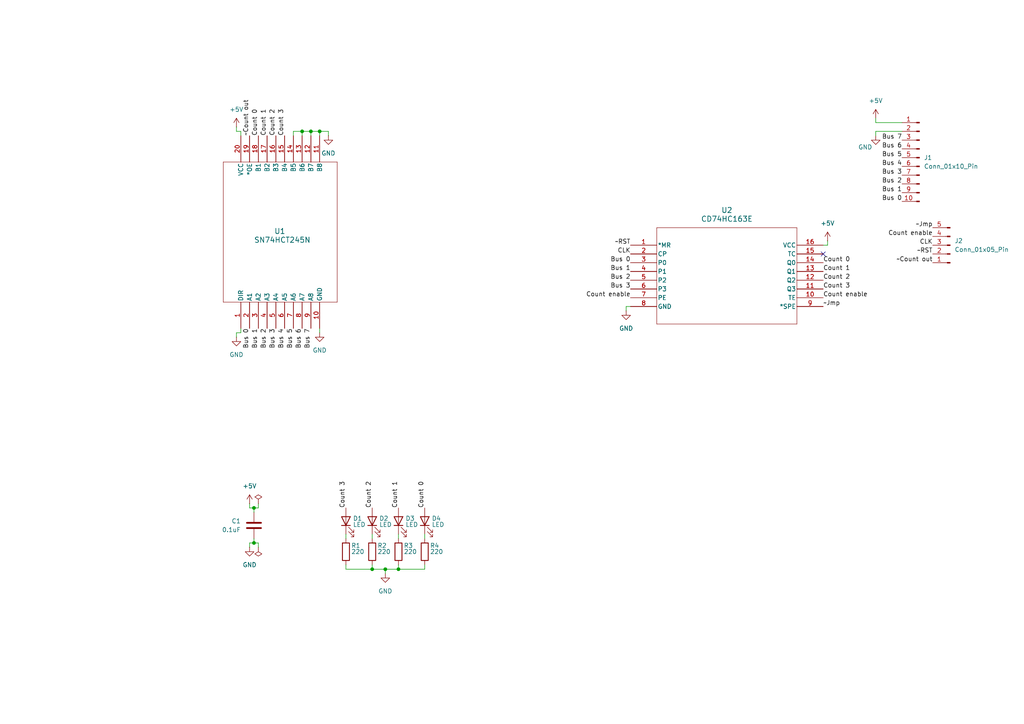
<source format=kicad_sch>
(kicad_sch
	(version 20231120)
	(generator "eeschema")
	(generator_version "8.0")
	(uuid "15fa9819-8bcc-46f5-ae0a-b5be49c7fa52")
	(paper "A4")
	(lib_symbols
		(symbol "8x_tristate_transceiver:SN74HCT245N"
			(pin_names
				(offset 0.254)
			)
			(exclude_from_sim no)
			(in_bom yes)
			(on_board yes)
			(property "Reference" "U"
				(at 27.94 10.16 0)
				(effects
					(font
						(size 1.524 1.524)
					)
				)
			)
			(property "Value" "SN74HCT245N"
				(at 27.94 7.62 0)
				(effects
					(font
						(size 1.524 1.524)
					)
				)
			)
			(property "Footprint" "N20"
				(at 0 0 0)
				(effects
					(font
						(size 1.27 1.27)
						(italic yes)
					)
					(hide yes)
				)
			)
			(property "Datasheet" "SN74HCT245N"
				(at 0 0 0)
				(effects
					(font
						(size 1.27 1.27)
						(italic yes)
					)
					(hide yes)
				)
			)
			(property "Description" ""
				(at 0 0 0)
				(effects
					(font
						(size 1.27 1.27)
					)
					(hide yes)
				)
			)
			(property "ki_locked" ""
				(at 0 0 0)
				(effects
					(font
						(size 1.27 1.27)
					)
				)
			)
			(property "ki_keywords" "SN74HCT245N"
				(at 0 0 0)
				(effects
					(font
						(size 1.27 1.27)
					)
					(hide yes)
				)
			)
			(property "ki_fp_filters" "N20"
				(at 0 0 0)
				(effects
					(font
						(size 1.27 1.27)
					)
					(hide yes)
				)
			)
			(symbol "SN74HCT245N_0_1"
				(polyline
					(pts
						(xy 7.62 -27.94) (xy 48.26 -27.94)
					)
					(stroke
						(width 0.127)
						(type default)
					)
					(fill
						(type none)
					)
				)
				(polyline
					(pts
						(xy 7.62 5.08) (xy 7.62 -27.94)
					)
					(stroke
						(width 0.127)
						(type default)
					)
					(fill
						(type none)
					)
				)
				(polyline
					(pts
						(xy 48.26 -27.94) (xy 48.26 5.08)
					)
					(stroke
						(width 0.127)
						(type default)
					)
					(fill
						(type none)
					)
				)
				(polyline
					(pts
						(xy 48.26 5.08) (xy 7.62 5.08)
					)
					(stroke
						(width 0.127)
						(type default)
					)
					(fill
						(type none)
					)
				)
				(pin input line
					(at 0 0 0)
					(length 7.62)
					(name "DIR"
						(effects
							(font
								(size 1.27 1.27)
							)
						)
					)
					(number "1"
						(effects
							(font
								(size 1.27 1.27)
							)
						)
					)
				)
				(pin power_in line
					(at 0 -22.86 0)
					(length 7.62)
					(name "GND"
						(effects
							(font
								(size 1.27 1.27)
							)
						)
					)
					(number "10"
						(effects
							(font
								(size 1.27 1.27)
							)
						)
					)
				)
				(pin bidirectional line
					(at 55.88 -22.86 180)
					(length 7.62)
					(name "B8"
						(effects
							(font
								(size 1.27 1.27)
							)
						)
					)
					(number "11"
						(effects
							(font
								(size 1.27 1.27)
							)
						)
					)
				)
				(pin bidirectional line
					(at 55.88 -20.32 180)
					(length 7.62)
					(name "B7"
						(effects
							(font
								(size 1.27 1.27)
							)
						)
					)
					(number "12"
						(effects
							(font
								(size 1.27 1.27)
							)
						)
					)
				)
				(pin bidirectional line
					(at 55.88 -17.78 180)
					(length 7.62)
					(name "B6"
						(effects
							(font
								(size 1.27 1.27)
							)
						)
					)
					(number "13"
						(effects
							(font
								(size 1.27 1.27)
							)
						)
					)
				)
				(pin bidirectional line
					(at 55.88 -15.24 180)
					(length 7.62)
					(name "B5"
						(effects
							(font
								(size 1.27 1.27)
							)
						)
					)
					(number "14"
						(effects
							(font
								(size 1.27 1.27)
							)
						)
					)
				)
				(pin bidirectional line
					(at 55.88 -12.7 180)
					(length 7.62)
					(name "B4"
						(effects
							(font
								(size 1.27 1.27)
							)
						)
					)
					(number "15"
						(effects
							(font
								(size 1.27 1.27)
							)
						)
					)
				)
				(pin bidirectional line
					(at 55.88 -10.16 180)
					(length 7.62)
					(name "B3"
						(effects
							(font
								(size 1.27 1.27)
							)
						)
					)
					(number "16"
						(effects
							(font
								(size 1.27 1.27)
							)
						)
					)
				)
				(pin bidirectional line
					(at 55.88 -7.62 180)
					(length 7.62)
					(name "B2"
						(effects
							(font
								(size 1.27 1.27)
							)
						)
					)
					(number "17"
						(effects
							(font
								(size 1.27 1.27)
							)
						)
					)
				)
				(pin bidirectional line
					(at 55.88 -5.08 180)
					(length 7.62)
					(name "B1"
						(effects
							(font
								(size 1.27 1.27)
							)
						)
					)
					(number "18"
						(effects
							(font
								(size 1.27 1.27)
							)
						)
					)
				)
				(pin input line
					(at 55.88 -2.54 180)
					(length 7.62)
					(name "*OE"
						(effects
							(font
								(size 1.27 1.27)
							)
						)
					)
					(number "19"
						(effects
							(font
								(size 1.27 1.27)
							)
						)
					)
				)
				(pin bidirectional line
					(at 0 -2.54 0)
					(length 7.62)
					(name "A1"
						(effects
							(font
								(size 1.27 1.27)
							)
						)
					)
					(number "2"
						(effects
							(font
								(size 1.27 1.27)
							)
						)
					)
				)
				(pin power_in line
					(at 55.88 0 180)
					(length 7.62)
					(name "VCC"
						(effects
							(font
								(size 1.27 1.27)
							)
						)
					)
					(number "20"
						(effects
							(font
								(size 1.27 1.27)
							)
						)
					)
				)
				(pin bidirectional line
					(at 0 -5.08 0)
					(length 7.62)
					(name "A2"
						(effects
							(font
								(size 1.27 1.27)
							)
						)
					)
					(number "3"
						(effects
							(font
								(size 1.27 1.27)
							)
						)
					)
				)
				(pin bidirectional line
					(at 0 -7.62 0)
					(length 7.62)
					(name "A3"
						(effects
							(font
								(size 1.27 1.27)
							)
						)
					)
					(number "4"
						(effects
							(font
								(size 1.27 1.27)
							)
						)
					)
				)
				(pin bidirectional line
					(at 0 -10.16 0)
					(length 7.62)
					(name "A4"
						(effects
							(font
								(size 1.27 1.27)
							)
						)
					)
					(number "5"
						(effects
							(font
								(size 1.27 1.27)
							)
						)
					)
				)
				(pin bidirectional line
					(at 0 -12.7 0)
					(length 7.62)
					(name "A5"
						(effects
							(font
								(size 1.27 1.27)
							)
						)
					)
					(number "6"
						(effects
							(font
								(size 1.27 1.27)
							)
						)
					)
				)
				(pin bidirectional line
					(at 0 -15.24 0)
					(length 7.62)
					(name "A6"
						(effects
							(font
								(size 1.27 1.27)
							)
						)
					)
					(number "7"
						(effects
							(font
								(size 1.27 1.27)
							)
						)
					)
				)
				(pin bidirectional line
					(at 0 -17.78 0)
					(length 7.62)
					(name "A7"
						(effects
							(font
								(size 1.27 1.27)
							)
						)
					)
					(number "8"
						(effects
							(font
								(size 1.27 1.27)
							)
						)
					)
				)
				(pin bidirectional line
					(at 0 -20.32 0)
					(length 7.62)
					(name "A8"
						(effects
							(font
								(size 1.27 1.27)
							)
						)
					)
					(number "9"
						(effects
							(font
								(size 1.27 1.27)
							)
						)
					)
				)
			)
		)
		(symbol "Connector:Conn_01x05_Pin"
			(pin_names
				(offset 1.016) hide)
			(exclude_from_sim no)
			(in_bom yes)
			(on_board yes)
			(property "Reference" "J"
				(at 0 7.62 0)
				(effects
					(font
						(size 1.27 1.27)
					)
				)
			)
			(property "Value" "Conn_01x05_Pin"
				(at 0 -7.62 0)
				(effects
					(font
						(size 1.27 1.27)
					)
				)
			)
			(property "Footprint" ""
				(at 0 0 0)
				(effects
					(font
						(size 1.27 1.27)
					)
					(hide yes)
				)
			)
			(property "Datasheet" "~"
				(at 0 0 0)
				(effects
					(font
						(size 1.27 1.27)
					)
					(hide yes)
				)
			)
			(property "Description" "Generic connector, single row, 01x05, script generated"
				(at 0 0 0)
				(effects
					(font
						(size 1.27 1.27)
					)
					(hide yes)
				)
			)
			(property "ki_locked" ""
				(at 0 0 0)
				(effects
					(font
						(size 1.27 1.27)
					)
				)
			)
			(property "ki_keywords" "connector"
				(at 0 0 0)
				(effects
					(font
						(size 1.27 1.27)
					)
					(hide yes)
				)
			)
			(property "ki_fp_filters" "Connector*:*_1x??_*"
				(at 0 0 0)
				(effects
					(font
						(size 1.27 1.27)
					)
					(hide yes)
				)
			)
			(symbol "Conn_01x05_Pin_1_1"
				(polyline
					(pts
						(xy 1.27 -5.08) (xy 0.8636 -5.08)
					)
					(stroke
						(width 0.1524)
						(type default)
					)
					(fill
						(type none)
					)
				)
				(polyline
					(pts
						(xy 1.27 -2.54) (xy 0.8636 -2.54)
					)
					(stroke
						(width 0.1524)
						(type default)
					)
					(fill
						(type none)
					)
				)
				(polyline
					(pts
						(xy 1.27 0) (xy 0.8636 0)
					)
					(stroke
						(width 0.1524)
						(type default)
					)
					(fill
						(type none)
					)
				)
				(polyline
					(pts
						(xy 1.27 2.54) (xy 0.8636 2.54)
					)
					(stroke
						(width 0.1524)
						(type default)
					)
					(fill
						(type none)
					)
				)
				(polyline
					(pts
						(xy 1.27 5.08) (xy 0.8636 5.08)
					)
					(stroke
						(width 0.1524)
						(type default)
					)
					(fill
						(type none)
					)
				)
				(rectangle
					(start 0.8636 -4.953)
					(end 0 -5.207)
					(stroke
						(width 0.1524)
						(type default)
					)
					(fill
						(type outline)
					)
				)
				(rectangle
					(start 0.8636 -2.413)
					(end 0 -2.667)
					(stroke
						(width 0.1524)
						(type default)
					)
					(fill
						(type outline)
					)
				)
				(rectangle
					(start 0.8636 0.127)
					(end 0 -0.127)
					(stroke
						(width 0.1524)
						(type default)
					)
					(fill
						(type outline)
					)
				)
				(rectangle
					(start 0.8636 2.667)
					(end 0 2.413)
					(stroke
						(width 0.1524)
						(type default)
					)
					(fill
						(type outline)
					)
				)
				(rectangle
					(start 0.8636 5.207)
					(end 0 4.953)
					(stroke
						(width 0.1524)
						(type default)
					)
					(fill
						(type outline)
					)
				)
				(pin passive line
					(at 5.08 5.08 180)
					(length 3.81)
					(name "Pin_1"
						(effects
							(font
								(size 1.27 1.27)
							)
						)
					)
					(number "1"
						(effects
							(font
								(size 1.27 1.27)
							)
						)
					)
				)
				(pin passive line
					(at 5.08 2.54 180)
					(length 3.81)
					(name "Pin_2"
						(effects
							(font
								(size 1.27 1.27)
							)
						)
					)
					(number "2"
						(effects
							(font
								(size 1.27 1.27)
							)
						)
					)
				)
				(pin passive line
					(at 5.08 0 180)
					(length 3.81)
					(name "Pin_3"
						(effects
							(font
								(size 1.27 1.27)
							)
						)
					)
					(number "3"
						(effects
							(font
								(size 1.27 1.27)
							)
						)
					)
				)
				(pin passive line
					(at 5.08 -2.54 180)
					(length 3.81)
					(name "Pin_4"
						(effects
							(font
								(size 1.27 1.27)
							)
						)
					)
					(number "4"
						(effects
							(font
								(size 1.27 1.27)
							)
						)
					)
				)
				(pin passive line
					(at 5.08 -5.08 180)
					(length 3.81)
					(name "Pin_5"
						(effects
							(font
								(size 1.27 1.27)
							)
						)
					)
					(number "5"
						(effects
							(font
								(size 1.27 1.27)
							)
						)
					)
				)
			)
		)
		(symbol "Connector:Conn_01x10_Pin"
			(pin_names
				(offset 1.016) hide)
			(exclude_from_sim no)
			(in_bom yes)
			(on_board yes)
			(property "Reference" "J"
				(at 0 12.7 0)
				(effects
					(font
						(size 1.27 1.27)
					)
				)
			)
			(property "Value" "Conn_01x10_Pin"
				(at 0 -15.24 0)
				(effects
					(font
						(size 1.27 1.27)
					)
				)
			)
			(property "Footprint" ""
				(at 0 0 0)
				(effects
					(font
						(size 1.27 1.27)
					)
					(hide yes)
				)
			)
			(property "Datasheet" "~"
				(at 0 0 0)
				(effects
					(font
						(size 1.27 1.27)
					)
					(hide yes)
				)
			)
			(property "Description" "Generic connector, single row, 01x10, script generated"
				(at 0 0 0)
				(effects
					(font
						(size 1.27 1.27)
					)
					(hide yes)
				)
			)
			(property "ki_locked" ""
				(at 0 0 0)
				(effects
					(font
						(size 1.27 1.27)
					)
				)
			)
			(property "ki_keywords" "connector"
				(at 0 0 0)
				(effects
					(font
						(size 1.27 1.27)
					)
					(hide yes)
				)
			)
			(property "ki_fp_filters" "Connector*:*_1x??_*"
				(at 0 0 0)
				(effects
					(font
						(size 1.27 1.27)
					)
					(hide yes)
				)
			)
			(symbol "Conn_01x10_Pin_1_1"
				(polyline
					(pts
						(xy 1.27 -12.7) (xy 0.8636 -12.7)
					)
					(stroke
						(width 0.1524)
						(type default)
					)
					(fill
						(type none)
					)
				)
				(polyline
					(pts
						(xy 1.27 -10.16) (xy 0.8636 -10.16)
					)
					(stroke
						(width 0.1524)
						(type default)
					)
					(fill
						(type none)
					)
				)
				(polyline
					(pts
						(xy 1.27 -7.62) (xy 0.8636 -7.62)
					)
					(stroke
						(width 0.1524)
						(type default)
					)
					(fill
						(type none)
					)
				)
				(polyline
					(pts
						(xy 1.27 -5.08) (xy 0.8636 -5.08)
					)
					(stroke
						(width 0.1524)
						(type default)
					)
					(fill
						(type none)
					)
				)
				(polyline
					(pts
						(xy 1.27 -2.54) (xy 0.8636 -2.54)
					)
					(stroke
						(width 0.1524)
						(type default)
					)
					(fill
						(type none)
					)
				)
				(polyline
					(pts
						(xy 1.27 0) (xy 0.8636 0)
					)
					(stroke
						(width 0.1524)
						(type default)
					)
					(fill
						(type none)
					)
				)
				(polyline
					(pts
						(xy 1.27 2.54) (xy 0.8636 2.54)
					)
					(stroke
						(width 0.1524)
						(type default)
					)
					(fill
						(type none)
					)
				)
				(polyline
					(pts
						(xy 1.27 5.08) (xy 0.8636 5.08)
					)
					(stroke
						(width 0.1524)
						(type default)
					)
					(fill
						(type none)
					)
				)
				(polyline
					(pts
						(xy 1.27 7.62) (xy 0.8636 7.62)
					)
					(stroke
						(width 0.1524)
						(type default)
					)
					(fill
						(type none)
					)
				)
				(polyline
					(pts
						(xy 1.27 10.16) (xy 0.8636 10.16)
					)
					(stroke
						(width 0.1524)
						(type default)
					)
					(fill
						(type none)
					)
				)
				(rectangle
					(start 0.8636 -12.573)
					(end 0 -12.827)
					(stroke
						(width 0.1524)
						(type default)
					)
					(fill
						(type outline)
					)
				)
				(rectangle
					(start 0.8636 -10.033)
					(end 0 -10.287)
					(stroke
						(width 0.1524)
						(type default)
					)
					(fill
						(type outline)
					)
				)
				(rectangle
					(start 0.8636 -7.493)
					(end 0 -7.747)
					(stroke
						(width 0.1524)
						(type default)
					)
					(fill
						(type outline)
					)
				)
				(rectangle
					(start 0.8636 -4.953)
					(end 0 -5.207)
					(stroke
						(width 0.1524)
						(type default)
					)
					(fill
						(type outline)
					)
				)
				(rectangle
					(start 0.8636 -2.413)
					(end 0 -2.667)
					(stroke
						(width 0.1524)
						(type default)
					)
					(fill
						(type outline)
					)
				)
				(rectangle
					(start 0.8636 0.127)
					(end 0 -0.127)
					(stroke
						(width 0.1524)
						(type default)
					)
					(fill
						(type outline)
					)
				)
				(rectangle
					(start 0.8636 2.667)
					(end 0 2.413)
					(stroke
						(width 0.1524)
						(type default)
					)
					(fill
						(type outline)
					)
				)
				(rectangle
					(start 0.8636 5.207)
					(end 0 4.953)
					(stroke
						(width 0.1524)
						(type default)
					)
					(fill
						(type outline)
					)
				)
				(rectangle
					(start 0.8636 7.747)
					(end 0 7.493)
					(stroke
						(width 0.1524)
						(type default)
					)
					(fill
						(type outline)
					)
				)
				(rectangle
					(start 0.8636 10.287)
					(end 0 10.033)
					(stroke
						(width 0.1524)
						(type default)
					)
					(fill
						(type outline)
					)
				)
				(pin passive line
					(at 5.08 10.16 180)
					(length 3.81)
					(name "Pin_1"
						(effects
							(font
								(size 1.27 1.27)
							)
						)
					)
					(number "1"
						(effects
							(font
								(size 1.27 1.27)
							)
						)
					)
				)
				(pin passive line
					(at 5.08 -12.7 180)
					(length 3.81)
					(name "Pin_10"
						(effects
							(font
								(size 1.27 1.27)
							)
						)
					)
					(number "10"
						(effects
							(font
								(size 1.27 1.27)
							)
						)
					)
				)
				(pin passive line
					(at 5.08 7.62 180)
					(length 3.81)
					(name "Pin_2"
						(effects
							(font
								(size 1.27 1.27)
							)
						)
					)
					(number "2"
						(effects
							(font
								(size 1.27 1.27)
							)
						)
					)
				)
				(pin passive line
					(at 5.08 5.08 180)
					(length 3.81)
					(name "Pin_3"
						(effects
							(font
								(size 1.27 1.27)
							)
						)
					)
					(number "3"
						(effects
							(font
								(size 1.27 1.27)
							)
						)
					)
				)
				(pin passive line
					(at 5.08 2.54 180)
					(length 3.81)
					(name "Pin_4"
						(effects
							(font
								(size 1.27 1.27)
							)
						)
					)
					(number "4"
						(effects
							(font
								(size 1.27 1.27)
							)
						)
					)
				)
				(pin passive line
					(at 5.08 0 180)
					(length 3.81)
					(name "Pin_5"
						(effects
							(font
								(size 1.27 1.27)
							)
						)
					)
					(number "5"
						(effects
							(font
								(size 1.27 1.27)
							)
						)
					)
				)
				(pin passive line
					(at 5.08 -2.54 180)
					(length 3.81)
					(name "Pin_6"
						(effects
							(font
								(size 1.27 1.27)
							)
						)
					)
					(number "6"
						(effects
							(font
								(size 1.27 1.27)
							)
						)
					)
				)
				(pin passive line
					(at 5.08 -5.08 180)
					(length 3.81)
					(name "Pin_7"
						(effects
							(font
								(size 1.27 1.27)
							)
						)
					)
					(number "7"
						(effects
							(font
								(size 1.27 1.27)
							)
						)
					)
				)
				(pin passive line
					(at 5.08 -7.62 180)
					(length 3.81)
					(name "Pin_8"
						(effects
							(font
								(size 1.27 1.27)
							)
						)
					)
					(number "8"
						(effects
							(font
								(size 1.27 1.27)
							)
						)
					)
				)
				(pin passive line
					(at 5.08 -10.16 180)
					(length 3.81)
					(name "Pin_9"
						(effects
							(font
								(size 1.27 1.27)
							)
						)
					)
					(number "9"
						(effects
							(font
								(size 1.27 1.27)
							)
						)
					)
				)
			)
		)
		(symbol "Device:C"
			(pin_numbers hide)
			(pin_names
				(offset 0.254)
			)
			(exclude_from_sim no)
			(in_bom yes)
			(on_board yes)
			(property "Reference" "C"
				(at 0.635 2.54 0)
				(effects
					(font
						(size 1.27 1.27)
					)
					(justify left)
				)
			)
			(property "Value" "C"
				(at 0.635 -2.54 0)
				(effects
					(font
						(size 1.27 1.27)
					)
					(justify left)
				)
			)
			(property "Footprint" ""
				(at 0.9652 -3.81 0)
				(effects
					(font
						(size 1.27 1.27)
					)
					(hide yes)
				)
			)
			(property "Datasheet" "~"
				(at 0 0 0)
				(effects
					(font
						(size 1.27 1.27)
					)
					(hide yes)
				)
			)
			(property "Description" "Unpolarized capacitor"
				(at 0 0 0)
				(effects
					(font
						(size 1.27 1.27)
					)
					(hide yes)
				)
			)
			(property "ki_keywords" "cap capacitor"
				(at 0 0 0)
				(effects
					(font
						(size 1.27 1.27)
					)
					(hide yes)
				)
			)
			(property "ki_fp_filters" "C_*"
				(at 0 0 0)
				(effects
					(font
						(size 1.27 1.27)
					)
					(hide yes)
				)
			)
			(symbol "C_0_1"
				(polyline
					(pts
						(xy -2.032 -0.762) (xy 2.032 -0.762)
					)
					(stroke
						(width 0.508)
						(type default)
					)
					(fill
						(type none)
					)
				)
				(polyline
					(pts
						(xy -2.032 0.762) (xy 2.032 0.762)
					)
					(stroke
						(width 0.508)
						(type default)
					)
					(fill
						(type none)
					)
				)
			)
			(symbol "C_1_1"
				(pin passive line
					(at 0 3.81 270)
					(length 2.794)
					(name "~"
						(effects
							(font
								(size 1.27 1.27)
							)
						)
					)
					(number "1"
						(effects
							(font
								(size 1.27 1.27)
							)
						)
					)
				)
				(pin passive line
					(at 0 -3.81 90)
					(length 2.794)
					(name "~"
						(effects
							(font
								(size 1.27 1.27)
							)
						)
					)
					(number "2"
						(effects
							(font
								(size 1.27 1.27)
							)
						)
					)
				)
			)
		)
		(symbol "Device:LED"
			(pin_numbers hide)
			(pin_names
				(offset 1.016) hide)
			(exclude_from_sim no)
			(in_bom yes)
			(on_board yes)
			(property "Reference" "D"
				(at 0 2.54 0)
				(effects
					(font
						(size 1.27 1.27)
					)
				)
			)
			(property "Value" "LED"
				(at 0 -2.54 0)
				(effects
					(font
						(size 1.27 1.27)
					)
				)
			)
			(property "Footprint" ""
				(at 0 0 0)
				(effects
					(font
						(size 1.27 1.27)
					)
					(hide yes)
				)
			)
			(property "Datasheet" "~"
				(at 0 0 0)
				(effects
					(font
						(size 1.27 1.27)
					)
					(hide yes)
				)
			)
			(property "Description" "Light emitting diode"
				(at 0 0 0)
				(effects
					(font
						(size 1.27 1.27)
					)
					(hide yes)
				)
			)
			(property "ki_keywords" "LED diode"
				(at 0 0 0)
				(effects
					(font
						(size 1.27 1.27)
					)
					(hide yes)
				)
			)
			(property "ki_fp_filters" "LED* LED_SMD:* LED_THT:*"
				(at 0 0 0)
				(effects
					(font
						(size 1.27 1.27)
					)
					(hide yes)
				)
			)
			(symbol "LED_0_1"
				(polyline
					(pts
						(xy -1.27 -1.27) (xy -1.27 1.27)
					)
					(stroke
						(width 0.254)
						(type default)
					)
					(fill
						(type none)
					)
				)
				(polyline
					(pts
						(xy -1.27 0) (xy 1.27 0)
					)
					(stroke
						(width 0)
						(type default)
					)
					(fill
						(type none)
					)
				)
				(polyline
					(pts
						(xy 1.27 -1.27) (xy 1.27 1.27) (xy -1.27 0) (xy 1.27 -1.27)
					)
					(stroke
						(width 0.254)
						(type default)
					)
					(fill
						(type none)
					)
				)
				(polyline
					(pts
						(xy -3.048 -0.762) (xy -4.572 -2.286) (xy -3.81 -2.286) (xy -4.572 -2.286) (xy -4.572 -1.524)
					)
					(stroke
						(width 0)
						(type default)
					)
					(fill
						(type none)
					)
				)
				(polyline
					(pts
						(xy -1.778 -0.762) (xy -3.302 -2.286) (xy -2.54 -2.286) (xy -3.302 -2.286) (xy -3.302 -1.524)
					)
					(stroke
						(width 0)
						(type default)
					)
					(fill
						(type none)
					)
				)
			)
			(symbol "LED_1_1"
				(pin passive line
					(at -3.81 0 0)
					(length 2.54)
					(name "K"
						(effects
							(font
								(size 1.27 1.27)
							)
						)
					)
					(number "1"
						(effects
							(font
								(size 1.27 1.27)
							)
						)
					)
				)
				(pin passive line
					(at 3.81 0 180)
					(length 2.54)
					(name "A"
						(effects
							(font
								(size 1.27 1.27)
							)
						)
					)
					(number "2"
						(effects
							(font
								(size 1.27 1.27)
							)
						)
					)
				)
			)
		)
		(symbol "Device:R"
			(pin_numbers hide)
			(pin_names
				(offset 0)
			)
			(exclude_from_sim no)
			(in_bom yes)
			(on_board yes)
			(property "Reference" "R"
				(at 2.032 0 90)
				(effects
					(font
						(size 1.27 1.27)
					)
				)
			)
			(property "Value" "R"
				(at 0 0 90)
				(effects
					(font
						(size 1.27 1.27)
					)
				)
			)
			(property "Footprint" ""
				(at -1.778 0 90)
				(effects
					(font
						(size 1.27 1.27)
					)
					(hide yes)
				)
			)
			(property "Datasheet" "~"
				(at 0 0 0)
				(effects
					(font
						(size 1.27 1.27)
					)
					(hide yes)
				)
			)
			(property "Description" "Resistor"
				(at 0 0 0)
				(effects
					(font
						(size 1.27 1.27)
					)
					(hide yes)
				)
			)
			(property "ki_keywords" "R res resistor"
				(at 0 0 0)
				(effects
					(font
						(size 1.27 1.27)
					)
					(hide yes)
				)
			)
			(property "ki_fp_filters" "R_*"
				(at 0 0 0)
				(effects
					(font
						(size 1.27 1.27)
					)
					(hide yes)
				)
			)
			(symbol "R_0_1"
				(rectangle
					(start -1.016 -2.54)
					(end 1.016 2.54)
					(stroke
						(width 0.254)
						(type default)
					)
					(fill
						(type none)
					)
				)
			)
			(symbol "R_1_1"
				(pin passive line
					(at 0 3.81 270)
					(length 1.27)
					(name "~"
						(effects
							(font
								(size 1.27 1.27)
							)
						)
					)
					(number "1"
						(effects
							(font
								(size 1.27 1.27)
							)
						)
					)
				)
				(pin passive line
					(at 0 -3.81 90)
					(length 1.27)
					(name "~"
						(effects
							(font
								(size 1.27 1.27)
							)
						)
					)
					(number "2"
						(effects
							(font
								(size 1.27 1.27)
							)
						)
					)
				)
			)
		)
		(symbol "binary_counter:CD74HC163E"
			(pin_names
				(offset 0.254)
			)
			(exclude_from_sim no)
			(in_bom yes)
			(on_board yes)
			(property "Reference" "U"
				(at 27.94 10.16 0)
				(effects
					(font
						(size 1.524 1.524)
					)
				)
			)
			(property "Value" "CD74HC163E"
				(at 27.94 7.62 0)
				(effects
					(font
						(size 1.524 1.524)
					)
				)
			)
			(property "Footprint" "N16"
				(at 0 0 0)
				(effects
					(font
						(size 1.27 1.27)
						(italic yes)
					)
					(hide yes)
				)
			)
			(property "Datasheet" "CD74HC163E"
				(at 0 0 0)
				(effects
					(font
						(size 1.27 1.27)
						(italic yes)
					)
					(hide yes)
				)
			)
			(property "Description" ""
				(at 0 0 0)
				(effects
					(font
						(size 1.27 1.27)
					)
					(hide yes)
				)
			)
			(property "ki_locked" ""
				(at 0 0 0)
				(effects
					(font
						(size 1.27 1.27)
					)
				)
			)
			(property "ki_keywords" "CD74HC163E"
				(at 0 0 0)
				(effects
					(font
						(size 1.27 1.27)
					)
					(hide yes)
				)
			)
			(property "ki_fp_filters" "N16"
				(at 0 0 0)
				(effects
					(font
						(size 1.27 1.27)
					)
					(hide yes)
				)
			)
			(symbol "CD74HC163E_0_1"
				(polyline
					(pts
						(xy 7.62 -22.86) (xy 48.26 -22.86)
					)
					(stroke
						(width 0.127)
						(type default)
					)
					(fill
						(type none)
					)
				)
				(polyline
					(pts
						(xy 7.62 5.08) (xy 7.62 -22.86)
					)
					(stroke
						(width 0.127)
						(type default)
					)
					(fill
						(type none)
					)
				)
				(polyline
					(pts
						(xy 48.26 -22.86) (xy 48.26 5.08)
					)
					(stroke
						(width 0.127)
						(type default)
					)
					(fill
						(type none)
					)
				)
				(polyline
					(pts
						(xy 48.26 5.08) (xy 7.62 5.08)
					)
					(stroke
						(width 0.127)
						(type default)
					)
					(fill
						(type none)
					)
				)
				(pin input line
					(at 0 0 0)
					(length 7.62)
					(name "*MR"
						(effects
							(font
								(size 1.27 1.27)
							)
						)
					)
					(number "1"
						(effects
							(font
								(size 1.27 1.27)
							)
						)
					)
				)
				(pin input line
					(at 55.88 -15.24 180)
					(length 7.62)
					(name "TE"
						(effects
							(font
								(size 1.27 1.27)
							)
						)
					)
					(number "10"
						(effects
							(font
								(size 1.27 1.27)
							)
						)
					)
				)
				(pin output line
					(at 55.88 -12.7 180)
					(length 7.62)
					(name "Q3"
						(effects
							(font
								(size 1.27 1.27)
							)
						)
					)
					(number "11"
						(effects
							(font
								(size 1.27 1.27)
							)
						)
					)
				)
				(pin output line
					(at 55.88 -10.16 180)
					(length 7.62)
					(name "Q2"
						(effects
							(font
								(size 1.27 1.27)
							)
						)
					)
					(number "12"
						(effects
							(font
								(size 1.27 1.27)
							)
						)
					)
				)
				(pin output line
					(at 55.88 -7.62 180)
					(length 7.62)
					(name "Q1"
						(effects
							(font
								(size 1.27 1.27)
							)
						)
					)
					(number "13"
						(effects
							(font
								(size 1.27 1.27)
							)
						)
					)
				)
				(pin output line
					(at 55.88 -5.08 180)
					(length 7.62)
					(name "Q0"
						(effects
							(font
								(size 1.27 1.27)
							)
						)
					)
					(number "14"
						(effects
							(font
								(size 1.27 1.27)
							)
						)
					)
				)
				(pin output line
					(at 55.88 -2.54 180)
					(length 7.62)
					(name "TC"
						(effects
							(font
								(size 1.27 1.27)
							)
						)
					)
					(number "15"
						(effects
							(font
								(size 1.27 1.27)
							)
						)
					)
				)
				(pin power_in line
					(at 55.88 0 180)
					(length 7.62)
					(name "VCC"
						(effects
							(font
								(size 1.27 1.27)
							)
						)
					)
					(number "16"
						(effects
							(font
								(size 1.27 1.27)
							)
						)
					)
				)
				(pin input line
					(at 0 -2.54 0)
					(length 7.62)
					(name "CP"
						(effects
							(font
								(size 1.27 1.27)
							)
						)
					)
					(number "2"
						(effects
							(font
								(size 1.27 1.27)
							)
						)
					)
				)
				(pin input line
					(at 0 -5.08 0)
					(length 7.62)
					(name "P0"
						(effects
							(font
								(size 1.27 1.27)
							)
						)
					)
					(number "3"
						(effects
							(font
								(size 1.27 1.27)
							)
						)
					)
				)
				(pin input line
					(at 0 -7.62 0)
					(length 7.62)
					(name "P1"
						(effects
							(font
								(size 1.27 1.27)
							)
						)
					)
					(number "4"
						(effects
							(font
								(size 1.27 1.27)
							)
						)
					)
				)
				(pin input line
					(at 0 -10.16 0)
					(length 7.62)
					(name "P2"
						(effects
							(font
								(size 1.27 1.27)
							)
						)
					)
					(number "5"
						(effects
							(font
								(size 1.27 1.27)
							)
						)
					)
				)
				(pin input line
					(at 0 -12.7 0)
					(length 7.62)
					(name "P3"
						(effects
							(font
								(size 1.27 1.27)
							)
						)
					)
					(number "6"
						(effects
							(font
								(size 1.27 1.27)
							)
						)
					)
				)
				(pin input line
					(at 0 -15.24 0)
					(length 7.62)
					(name "PE"
						(effects
							(font
								(size 1.27 1.27)
							)
						)
					)
					(number "7"
						(effects
							(font
								(size 1.27 1.27)
							)
						)
					)
				)
				(pin power_in line
					(at 0 -17.78 0)
					(length 7.62)
					(name "GND"
						(effects
							(font
								(size 1.27 1.27)
							)
						)
					)
					(number "8"
						(effects
							(font
								(size 1.27 1.27)
							)
						)
					)
				)
				(pin input line
					(at 55.88 -17.78 180)
					(length 7.62)
					(name "*SPE"
						(effects
							(font
								(size 1.27 1.27)
							)
						)
					)
					(number "9"
						(effects
							(font
								(size 1.27 1.27)
							)
						)
					)
				)
			)
		)
		(symbol "power:+5V"
			(power)
			(pin_numbers hide)
			(pin_names
				(offset 0) hide)
			(exclude_from_sim no)
			(in_bom yes)
			(on_board yes)
			(property "Reference" "#PWR"
				(at 0 -3.81 0)
				(effects
					(font
						(size 1.27 1.27)
					)
					(hide yes)
				)
			)
			(property "Value" "+5V"
				(at 0 3.556 0)
				(effects
					(font
						(size 1.27 1.27)
					)
				)
			)
			(property "Footprint" ""
				(at 0 0 0)
				(effects
					(font
						(size 1.27 1.27)
					)
					(hide yes)
				)
			)
			(property "Datasheet" ""
				(at 0 0 0)
				(effects
					(font
						(size 1.27 1.27)
					)
					(hide yes)
				)
			)
			(property "Description" "Power symbol creates a global label with name \"+5V\""
				(at 0 0 0)
				(effects
					(font
						(size 1.27 1.27)
					)
					(hide yes)
				)
			)
			(property "ki_keywords" "global power"
				(at 0 0 0)
				(effects
					(font
						(size 1.27 1.27)
					)
					(hide yes)
				)
			)
			(symbol "+5V_0_1"
				(polyline
					(pts
						(xy -0.762 1.27) (xy 0 2.54)
					)
					(stroke
						(width 0)
						(type default)
					)
					(fill
						(type none)
					)
				)
				(polyline
					(pts
						(xy 0 0) (xy 0 2.54)
					)
					(stroke
						(width 0)
						(type default)
					)
					(fill
						(type none)
					)
				)
				(polyline
					(pts
						(xy 0 2.54) (xy 0.762 1.27)
					)
					(stroke
						(width 0)
						(type default)
					)
					(fill
						(type none)
					)
				)
			)
			(symbol "+5V_1_1"
				(pin power_in line
					(at 0 0 90)
					(length 0)
					(name "~"
						(effects
							(font
								(size 1.27 1.27)
							)
						)
					)
					(number "1"
						(effects
							(font
								(size 1.27 1.27)
							)
						)
					)
				)
			)
		)
		(symbol "power:GND"
			(power)
			(pin_numbers hide)
			(pin_names
				(offset 0) hide)
			(exclude_from_sim no)
			(in_bom yes)
			(on_board yes)
			(property "Reference" "#PWR"
				(at 0 -6.35 0)
				(effects
					(font
						(size 1.27 1.27)
					)
					(hide yes)
				)
			)
			(property "Value" "GND"
				(at 0 -3.81 0)
				(effects
					(font
						(size 1.27 1.27)
					)
				)
			)
			(property "Footprint" ""
				(at 0 0 0)
				(effects
					(font
						(size 1.27 1.27)
					)
					(hide yes)
				)
			)
			(property "Datasheet" ""
				(at 0 0 0)
				(effects
					(font
						(size 1.27 1.27)
					)
					(hide yes)
				)
			)
			(property "Description" "Power symbol creates a global label with name \"GND\" , ground"
				(at 0 0 0)
				(effects
					(font
						(size 1.27 1.27)
					)
					(hide yes)
				)
			)
			(property "ki_keywords" "global power"
				(at 0 0 0)
				(effects
					(font
						(size 1.27 1.27)
					)
					(hide yes)
				)
			)
			(symbol "GND_0_1"
				(polyline
					(pts
						(xy 0 0) (xy 0 -1.27) (xy 1.27 -1.27) (xy 0 -2.54) (xy -1.27 -1.27) (xy 0 -1.27)
					)
					(stroke
						(width 0)
						(type default)
					)
					(fill
						(type none)
					)
				)
			)
			(symbol "GND_1_1"
				(pin power_in line
					(at 0 0 270)
					(length 0)
					(name "~"
						(effects
							(font
								(size 1.27 1.27)
							)
						)
					)
					(number "1"
						(effects
							(font
								(size 1.27 1.27)
							)
						)
					)
				)
			)
		)
		(symbol "power:PWR_FLAG"
			(power)
			(pin_numbers hide)
			(pin_names
				(offset 0) hide)
			(exclude_from_sim no)
			(in_bom yes)
			(on_board yes)
			(property "Reference" "#FLG"
				(at 0 1.905 0)
				(effects
					(font
						(size 1.27 1.27)
					)
					(hide yes)
				)
			)
			(property "Value" "PWR_FLAG"
				(at 0 3.81 0)
				(effects
					(font
						(size 1.27 1.27)
					)
				)
			)
			(property "Footprint" ""
				(at 0 0 0)
				(effects
					(font
						(size 1.27 1.27)
					)
					(hide yes)
				)
			)
			(property "Datasheet" "~"
				(at 0 0 0)
				(effects
					(font
						(size 1.27 1.27)
					)
					(hide yes)
				)
			)
			(property "Description" "Special symbol for telling ERC where power comes from"
				(at 0 0 0)
				(effects
					(font
						(size 1.27 1.27)
					)
					(hide yes)
				)
			)
			(property "ki_keywords" "flag power"
				(at 0 0 0)
				(effects
					(font
						(size 1.27 1.27)
					)
					(hide yes)
				)
			)
			(symbol "PWR_FLAG_0_0"
				(pin power_out line
					(at 0 0 90)
					(length 0)
					(name "~"
						(effects
							(font
								(size 1.27 1.27)
							)
						)
					)
					(number "1"
						(effects
							(font
								(size 1.27 1.27)
							)
						)
					)
				)
			)
			(symbol "PWR_FLAG_0_1"
				(polyline
					(pts
						(xy 0 0) (xy 0 1.27) (xy -1.016 1.905) (xy 0 2.54) (xy 1.016 1.905) (xy 0 1.27)
					)
					(stroke
						(width 0)
						(type default)
					)
					(fill
						(type none)
					)
				)
			)
		)
	)
	(junction
		(at 73.66 147.32)
		(diameter 0)
		(color 0 0 0 0)
		(uuid "4b939ef7-346f-4b85-8f77-30d6a58f1cdf")
	)
	(junction
		(at 73.66 157.48)
		(diameter 0)
		(color 0 0 0 0)
		(uuid "5f2c684c-e63c-4a5e-8b90-73c201d3ce6b")
	)
	(junction
		(at 92.71 38.1)
		(diameter 0)
		(color 0 0 0 0)
		(uuid "6d71dec4-02b2-4a24-bf98-123cee5f8263")
	)
	(junction
		(at 111.76 165.1)
		(diameter 0)
		(color 0 0 0 0)
		(uuid "8bc52b16-e0d4-4c7f-8699-50771262b6b0")
	)
	(junction
		(at 107.95 165.1)
		(diameter 0)
		(color 0 0 0 0)
		(uuid "9be4d798-dbbd-4cf2-b3b1-2e9e3255b5e8")
	)
	(junction
		(at 90.17 38.1)
		(diameter 0)
		(color 0 0 0 0)
		(uuid "ca88b098-08cf-4373-9527-9fa13127628f")
	)
	(junction
		(at 115.57 165.1)
		(diameter 0)
		(color 0 0 0 0)
		(uuid "d6253a03-906e-42f0-9e10-bffebaf341e2")
	)
	(junction
		(at 87.63 38.1)
		(diameter 0)
		(color 0 0 0 0)
		(uuid "f3e2442d-4285-47b0-930b-a0d1a87053b7")
	)
	(no_connect
		(at 238.76 73.66)
		(uuid "160d3853-9267-4ce7-9208-036f3d95a3e7")
	)
	(wire
		(pts
			(xy 100.33 154.94) (xy 100.33 156.21)
		)
		(stroke
			(width 0)
			(type default)
		)
		(uuid "08183a51-cd07-431e-9cca-60f00cbfe0e2")
	)
	(wire
		(pts
			(xy 72.39 147.32) (xy 73.66 147.32)
		)
		(stroke
			(width 0)
			(type default)
		)
		(uuid "0bd63022-24ea-43b2-81b3-b1885446b667")
	)
	(wire
		(pts
			(xy 68.58 96.52) (xy 68.58 97.79)
		)
		(stroke
			(width 0)
			(type default)
		)
		(uuid "0c72fdd0-4a32-4348-9158-81b0c07f48d7")
	)
	(wire
		(pts
			(xy 73.66 157.48) (xy 72.39 157.48)
		)
		(stroke
			(width 0)
			(type default)
		)
		(uuid "11ae49e7-4ca2-4de6-b374-cccd30fec6df")
	)
	(wire
		(pts
			(xy 111.76 165.1) (xy 111.76 166.37)
		)
		(stroke
			(width 0)
			(type default)
		)
		(uuid "1352c6d4-4697-469f-8a83-99734d625e80")
	)
	(wire
		(pts
			(xy 74.93 146.05) (xy 74.93 147.32)
		)
		(stroke
			(width 0)
			(type default)
		)
		(uuid "14f93ec4-c7e0-4e4f-9321-78ce0e142ffc")
	)
	(wire
		(pts
			(xy 73.66 148.59) (xy 73.66 147.32)
		)
		(stroke
			(width 0)
			(type default)
		)
		(uuid "1c6c49d6-8360-4f94-9cb1-28b06ad5e8b6")
	)
	(wire
		(pts
			(xy 72.39 146.05) (xy 72.39 147.32)
		)
		(stroke
			(width 0)
			(type default)
		)
		(uuid "1e411ca0-eacf-44cd-9d02-2c6f64dfd409")
	)
	(wire
		(pts
			(xy 181.61 88.9) (xy 181.61 90.17)
		)
		(stroke
			(width 0)
			(type default)
		)
		(uuid "200c1775-1fe2-45f4-ac6c-9dd449547ec0")
	)
	(wire
		(pts
			(xy 100.33 165.1) (xy 107.95 165.1)
		)
		(stroke
			(width 0)
			(type default)
		)
		(uuid "22958e02-61e4-4628-9983-b7c13d5e3166")
	)
	(wire
		(pts
			(xy 90.17 38.1) (xy 92.71 38.1)
		)
		(stroke
			(width 0)
			(type default)
		)
		(uuid "23e2d9eb-cd5e-4422-81ea-c76cdeb115d2")
	)
	(wire
		(pts
			(xy 90.17 38.1) (xy 90.17 39.37)
		)
		(stroke
			(width 0)
			(type default)
		)
		(uuid "240b916f-0b2e-40c8-820f-b5a5f6f110a5")
	)
	(wire
		(pts
			(xy 123.19 154.94) (xy 123.19 156.21)
		)
		(stroke
			(width 0)
			(type default)
		)
		(uuid "271b87d0-618d-4155-a8f7-359a18efd9f6")
	)
	(wire
		(pts
			(xy 68.58 38.1) (xy 69.85 38.1)
		)
		(stroke
			(width 0)
			(type default)
		)
		(uuid "32b8dd97-e5b8-408a-a8f3-7e3c33c86531")
	)
	(wire
		(pts
			(xy 254 35.56) (xy 254 34.29)
		)
		(stroke
			(width 0)
			(type default)
		)
		(uuid "36d1371e-de06-4930-877d-cb190abdbf29")
	)
	(wire
		(pts
			(xy 254 38.1) (xy 261.62 38.1)
		)
		(stroke
			(width 0)
			(type default)
		)
		(uuid "3e2b7735-8440-4372-aa80-5bf074075ec3")
	)
	(wire
		(pts
			(xy 73.66 156.21) (xy 73.66 157.48)
		)
		(stroke
			(width 0)
			(type default)
		)
		(uuid "420c283b-5344-48db-b6da-c3fd744954f4")
	)
	(wire
		(pts
			(xy 115.57 154.94) (xy 115.57 156.21)
		)
		(stroke
			(width 0)
			(type default)
		)
		(uuid "448e2080-7773-4b64-9b06-bd6bad865732")
	)
	(wire
		(pts
			(xy 182.88 88.9) (xy 181.61 88.9)
		)
		(stroke
			(width 0)
			(type default)
		)
		(uuid "5cc372d5-2acb-452d-9abf-aa1637d140a4")
	)
	(wire
		(pts
			(xy 87.63 38.1) (xy 90.17 38.1)
		)
		(stroke
			(width 0)
			(type default)
		)
		(uuid "6c0019b6-0905-45de-840a-326909b94924")
	)
	(wire
		(pts
			(xy 92.71 95.25) (xy 92.71 96.52)
		)
		(stroke
			(width 0)
			(type default)
		)
		(uuid "752e4256-d104-4ab4-adbe-5fb812f7c762")
	)
	(wire
		(pts
			(xy 72.39 158.75) (xy 72.39 157.48)
		)
		(stroke
			(width 0)
			(type default)
		)
		(uuid "7990d5d7-f6e7-4f1b-823a-964433993e68")
	)
	(wire
		(pts
			(xy 107.95 165.1) (xy 111.76 165.1)
		)
		(stroke
			(width 0)
			(type default)
		)
		(uuid "821e0659-66cb-4feb-a5da-ada0bf8b8fed")
	)
	(wire
		(pts
			(xy 68.58 36.83) (xy 68.58 38.1)
		)
		(stroke
			(width 0)
			(type default)
		)
		(uuid "87e33622-e8cc-4d75-865b-a7c0789b45e7")
	)
	(wire
		(pts
			(xy 95.25 38.1) (xy 95.25 39.37)
		)
		(stroke
			(width 0)
			(type default)
		)
		(uuid "8821809e-9a7b-459c-8107-3baaf2258be0")
	)
	(wire
		(pts
			(xy 74.93 157.48) (xy 74.93 158.75)
		)
		(stroke
			(width 0)
			(type default)
		)
		(uuid "8c19083d-c656-4252-aac2-6d32b929941b")
	)
	(wire
		(pts
			(xy 115.57 165.1) (xy 123.19 165.1)
		)
		(stroke
			(width 0)
			(type default)
		)
		(uuid "9017ba26-eca6-4f3b-a11b-c2d372b85cca")
	)
	(wire
		(pts
			(xy 111.76 165.1) (xy 115.57 165.1)
		)
		(stroke
			(width 0)
			(type default)
		)
		(uuid "909c30ba-0e07-434a-8e9f-dea46d96c002")
	)
	(wire
		(pts
			(xy 100.33 163.83) (xy 100.33 165.1)
		)
		(stroke
			(width 0)
			(type default)
		)
		(uuid "9317a8d6-9393-44d8-b269-5fb4e4e903c5")
	)
	(wire
		(pts
			(xy 261.62 35.56) (xy 254 35.56)
		)
		(stroke
			(width 0)
			(type default)
		)
		(uuid "a4e985d1-8a90-4f63-8adb-0294cbe272cd")
	)
	(wire
		(pts
			(xy 92.71 38.1) (xy 95.25 38.1)
		)
		(stroke
			(width 0)
			(type default)
		)
		(uuid "a7c95949-5fd1-473b-a449-b952d104e345")
	)
	(wire
		(pts
			(xy 73.66 157.48) (xy 74.93 157.48)
		)
		(stroke
			(width 0)
			(type default)
		)
		(uuid "aa8660d7-894d-484d-b802-c446f3ff1009")
	)
	(wire
		(pts
			(xy 240.03 69.85) (xy 240.03 71.12)
		)
		(stroke
			(width 0)
			(type default)
		)
		(uuid "acd00301-19c5-4f3a-b4a1-c0912444ae97")
	)
	(wire
		(pts
			(xy 240.03 71.12) (xy 238.76 71.12)
		)
		(stroke
			(width 0)
			(type default)
		)
		(uuid "b21701c6-1095-4a45-996c-dc0d6541c5f1")
	)
	(wire
		(pts
			(xy 123.19 165.1) (xy 123.19 163.83)
		)
		(stroke
			(width 0)
			(type default)
		)
		(uuid "bd6601c8-9e96-4f73-baa9-341398614b30")
	)
	(wire
		(pts
			(xy 85.09 39.37) (xy 85.09 38.1)
		)
		(stroke
			(width 0)
			(type default)
		)
		(uuid "c468f329-f9c3-4779-8995-1f3da0e380eb")
	)
	(wire
		(pts
			(xy 85.09 38.1) (xy 87.63 38.1)
		)
		(stroke
			(width 0)
			(type default)
		)
		(uuid "cd09119a-3c81-425d-8505-d4bfd87cb5a0")
	)
	(wire
		(pts
			(xy 69.85 38.1) (xy 69.85 39.37)
		)
		(stroke
			(width 0)
			(type default)
		)
		(uuid "cd9b57cb-fddf-4d8b-80a9-4f15dd2c4bcc")
	)
	(wire
		(pts
			(xy 92.71 38.1) (xy 92.71 39.37)
		)
		(stroke
			(width 0)
			(type default)
		)
		(uuid "d077fb44-70d9-4d07-8755-12fd1dc92453")
	)
	(wire
		(pts
			(xy 87.63 38.1) (xy 87.63 39.37)
		)
		(stroke
			(width 0)
			(type default)
		)
		(uuid "d17887fd-8532-4e90-a27d-6a73a50cf3f2")
	)
	(wire
		(pts
			(xy 254 39.37) (xy 254 38.1)
		)
		(stroke
			(width 0)
			(type default)
		)
		(uuid "d469742c-4bff-46fb-aa44-0c3a17e2d6e0")
	)
	(wire
		(pts
			(xy 73.66 147.32) (xy 74.93 147.32)
		)
		(stroke
			(width 0)
			(type default)
		)
		(uuid "d8e26ff8-c834-4cd8-be44-3d9a95f8654d")
	)
	(wire
		(pts
			(xy 69.85 96.52) (xy 68.58 96.52)
		)
		(stroke
			(width 0)
			(type default)
		)
		(uuid "e29f2089-f7a1-4fa2-8ee6-d2e75d9f8b78")
	)
	(wire
		(pts
			(xy 107.95 163.83) (xy 107.95 165.1)
		)
		(stroke
			(width 0)
			(type default)
		)
		(uuid "e41acd52-11b7-49f9-a909-50ec1de8e7d8")
	)
	(wire
		(pts
			(xy 115.57 163.83) (xy 115.57 165.1)
		)
		(stroke
			(width 0)
			(type default)
		)
		(uuid "eb953705-7ae3-425d-ae75-7064ff285564")
	)
	(wire
		(pts
			(xy 107.95 154.94) (xy 107.95 156.21)
		)
		(stroke
			(width 0)
			(type default)
		)
		(uuid "f6d3465f-2c1a-405e-b1bb-b67fdebac67c")
	)
	(wire
		(pts
			(xy 69.85 95.25) (xy 69.85 96.52)
		)
		(stroke
			(width 0)
			(type default)
		)
		(uuid "fbcae279-ea88-446d-9b44-85fe79439dc5")
	)
	(label "Bus 0"
		(at 182.88 76.2 180)
		(fields_autoplaced yes)
		(effects
			(font
				(size 1.27 1.27)
			)
			(justify right bottom)
		)
		(uuid "030eb40d-272b-4066-8937-df8ae0333132")
	)
	(label "~Count out"
		(at 72.39 39.37 90)
		(fields_autoplaced yes)
		(effects
			(font
				(size 1.27 1.27)
			)
			(justify left bottom)
		)
		(uuid "093076b4-eeb9-4245-9b9b-b16290b7b185")
	)
	(label "~RST"
		(at 182.88 71.12 180)
		(fields_autoplaced yes)
		(effects
			(font
				(size 1.27 1.27)
			)
			(justify right bottom)
		)
		(uuid "0d9e9252-c35d-4993-8489-c53667161a87")
	)
	(label "Count 3"
		(at 238.76 83.82 0)
		(fields_autoplaced yes)
		(effects
			(font
				(size 1.27 1.27)
			)
			(justify left bottom)
		)
		(uuid "0e29978e-fbb6-4ec8-970a-4ef878f70da2")
	)
	(label "Bus 0"
		(at 72.39 95.25 270)
		(fields_autoplaced yes)
		(effects
			(font
				(size 1.27 1.27)
			)
			(justify right bottom)
		)
		(uuid "0fdd22f2-833c-4de3-8a5e-abf3fce55c94")
	)
	(label "Count 1"
		(at 77.47 39.37 90)
		(fields_autoplaced yes)
		(effects
			(font
				(size 1.27 1.27)
			)
			(justify left bottom)
		)
		(uuid "11033bbb-e21d-41a4-a6c0-44b2956a84bb")
	)
	(label "Bus 4"
		(at 82.55 95.25 270)
		(fields_autoplaced yes)
		(effects
			(font
				(size 1.27 1.27)
			)
			(justify right bottom)
		)
		(uuid "17fb9fa7-ba00-4c47-acfb-ab71230c8db3")
	)
	(label "Count 2"
		(at 238.76 81.28 0)
		(fields_autoplaced yes)
		(effects
			(font
				(size 1.27 1.27)
			)
			(justify left bottom)
		)
		(uuid "226db50e-8a7f-4f23-b211-fd8af337f5ee")
	)
	(label "Bus 2"
		(at 261.62 53.34 180)
		(fields_autoplaced yes)
		(effects
			(font
				(size 1.27 1.27)
			)
			(justify right bottom)
		)
		(uuid "28610e1d-0186-4398-b910-252d6dc3b9f1")
	)
	(label "Count 1"
		(at 238.76 78.74 0)
		(fields_autoplaced yes)
		(effects
			(font
				(size 1.27 1.27)
			)
			(justify left bottom)
		)
		(uuid "3400be74-385c-4751-b07d-88aa0a0631bf")
	)
	(label "Bus 3"
		(at 261.62 50.8 180)
		(fields_autoplaced yes)
		(effects
			(font
				(size 1.27 1.27)
			)
			(justify right bottom)
		)
		(uuid "4e74dc3d-2b6f-4778-9111-8f949156f678")
	)
	(label "Count enable"
		(at 270.51 68.58 180)
		(fields_autoplaced yes)
		(effects
			(font
				(size 1.27 1.27)
			)
			(justify right bottom)
		)
		(uuid "5024c50d-d6dc-4757-a7fa-e1fad649e45b")
	)
	(label "Bus 0"
		(at 261.62 58.42 180)
		(fields_autoplaced yes)
		(effects
			(font
				(size 1.27 1.27)
			)
			(justify right bottom)
		)
		(uuid "5220530a-93b9-49e2-8c6e-2ea91ca05d92")
	)
	(label "Count 2"
		(at 80.01 39.37 90)
		(fields_autoplaced yes)
		(effects
			(font
				(size 1.27 1.27)
			)
			(justify left bottom)
		)
		(uuid "56edf5b0-441e-44a4-a3da-cd9582f8dd86")
	)
	(label "CLK"
		(at 270.51 71.12 180)
		(fields_autoplaced yes)
		(effects
			(font
				(size 1.27 1.27)
			)
			(justify right bottom)
		)
		(uuid "6f993873-ab56-4798-a977-c0aef3b5a949")
	)
	(label "~Count out"
		(at 270.51 76.2 180)
		(fields_autoplaced yes)
		(effects
			(font
				(size 1.27 1.27)
			)
			(justify right bottom)
		)
		(uuid "7376300c-3b57-4e9e-bd62-39901e660718")
	)
	(label "Count 0"
		(at 74.93 39.37 90)
		(fields_autoplaced yes)
		(effects
			(font
				(size 1.27 1.27)
			)
			(justify left bottom)
		)
		(uuid "77314b69-9a3c-48ce-b834-7d2c285a4f56")
	)
	(label "~Jmp"
		(at 238.76 88.9 0)
		(fields_autoplaced yes)
		(effects
			(font
				(size 1.27 1.27)
			)
			(justify left bottom)
		)
		(uuid "7fcffb43-4862-4239-9007-360a7d6973c1")
	)
	(label "Bus 3"
		(at 182.88 83.82 180)
		(fields_autoplaced yes)
		(effects
			(font
				(size 1.27 1.27)
			)
			(justify right bottom)
		)
		(uuid "877ef886-38c7-4dab-8802-ca68a496a4b1")
	)
	(label "Bus 1"
		(at 261.62 55.88 180)
		(fields_autoplaced yes)
		(effects
			(font
				(size 1.27 1.27)
			)
			(justify right bottom)
		)
		(uuid "941a5017-3447-48f4-bf79-f2b3f81255d9")
	)
	(label "Bus 7"
		(at 261.62 40.64 180)
		(fields_autoplaced yes)
		(effects
			(font
				(size 1.27 1.27)
			)
			(justify right bottom)
		)
		(uuid "944c30a4-29be-4f49-aa22-3ec90e551ef8")
	)
	(label "Count 1"
		(at 115.57 147.32 90)
		(fields_autoplaced yes)
		(effects
			(font
				(size 1.27 1.27)
			)
			(justify left bottom)
		)
		(uuid "94790ffb-c867-4d9b-a5f5-44d78608fc4d")
	)
	(label "Bus 2"
		(at 77.47 95.25 270)
		(fields_autoplaced yes)
		(effects
			(font
				(size 1.27 1.27)
			)
			(justify right bottom)
		)
		(uuid "a30afc9b-8233-4022-8bb3-042eac500dc2")
	)
	(label "Bus 3"
		(at 80.01 95.25 270)
		(fields_autoplaced yes)
		(effects
			(font
				(size 1.27 1.27)
			)
			(justify right bottom)
		)
		(uuid "a4ff9202-e90d-45f1-a6bf-4599d12b3957")
	)
	(label "~Jmp"
		(at 270.51 66.04 180)
		(fields_autoplaced yes)
		(effects
			(font
				(size 1.27 1.27)
			)
			(justify right bottom)
		)
		(uuid "aa3aa42b-a3da-4453-a7c1-f7988cb830d6")
	)
	(label "CLK"
		(at 182.88 73.66 180)
		(fields_autoplaced yes)
		(effects
			(font
				(size 1.27 1.27)
			)
			(justify right bottom)
		)
		(uuid "ac1a2249-5cc9-4d53-91fc-e7537d76fe63")
	)
	(label "Bus 1"
		(at 74.93 95.25 270)
		(fields_autoplaced yes)
		(effects
			(font
				(size 1.27 1.27)
			)
			(justify right bottom)
		)
		(uuid "ae129e9f-5ebe-49f6-9a91-3ed5affe4042")
	)
	(label "Count enable"
		(at 182.88 86.36 180)
		(fields_autoplaced yes)
		(effects
			(font
				(size 1.27 1.27)
			)
			(justify right bottom)
		)
		(uuid "b3897e14-3a81-48fe-ab68-4871a4a9fcb7")
	)
	(label "Count 0"
		(at 123.19 147.32 90)
		(fields_autoplaced yes)
		(effects
			(font
				(size 1.27 1.27)
			)
			(justify left bottom)
		)
		(uuid "b8f8693d-b29c-46bb-886d-b57277b36782")
	)
	(label "~RST"
		(at 270.51 73.66 180)
		(fields_autoplaced yes)
		(effects
			(font
				(size 1.27 1.27)
			)
			(justify right bottom)
		)
		(uuid "bce03b1f-2a4c-4519-885f-79244c08ee4a")
	)
	(label "Count 3"
		(at 100.33 147.32 90)
		(fields_autoplaced yes)
		(effects
			(font
				(size 1.27 1.27)
			)
			(justify left bottom)
		)
		(uuid "c31f1022-f245-4f68-880a-655e90b46a09")
	)
	(label "Bus 5"
		(at 261.62 45.72 180)
		(fields_autoplaced yes)
		(effects
			(font
				(size 1.27 1.27)
			)
			(justify right bottom)
		)
		(uuid "c4d61fe0-daae-4994-9e15-b9638ff6b202")
	)
	(label "Bus 6"
		(at 261.62 43.18 180)
		(fields_autoplaced yes)
		(effects
			(font
				(size 1.27 1.27)
			)
			(justify right bottom)
		)
		(uuid "c61ff5b2-9925-443c-a85d-4eae090adf88")
	)
	(label "Bus 6"
		(at 87.63 95.25 270)
		(fields_autoplaced yes)
		(effects
			(font
				(size 1.27 1.27)
			)
			(justify right bottom)
		)
		(uuid "c6c6127d-44d5-4b95-8eb6-b7eeb611d7bd")
	)
	(label "Bus 1"
		(at 182.88 78.74 180)
		(fields_autoplaced yes)
		(effects
			(font
				(size 1.27 1.27)
			)
			(justify right bottom)
		)
		(uuid "d83629ec-9942-495f-a223-3db0326b4da3")
	)
	(label "Count 3"
		(at 82.55 39.37 90)
		(fields_autoplaced yes)
		(effects
			(font
				(size 1.27 1.27)
			)
			(justify left bottom)
		)
		(uuid "d8dd6ab8-6446-42b2-9514-5f5f42b8bbbd")
	)
	(label "Count enable"
		(at 238.76 86.36 0)
		(fields_autoplaced yes)
		(effects
			(font
				(size 1.27 1.27)
			)
			(justify left bottom)
		)
		(uuid "dd6261d0-7972-44aa-a0eb-84b7ac8468e5")
	)
	(label "Count 0"
		(at 238.76 76.2 0)
		(fields_autoplaced yes)
		(effects
			(font
				(size 1.27 1.27)
			)
			(justify left bottom)
		)
		(uuid "e3f9b3b5-45cf-46a7-88c1-d45180c4aa97")
	)
	(label "Count 2"
		(at 107.95 147.32 90)
		(fields_autoplaced yes)
		(effects
			(font
				(size 1.27 1.27)
			)
			(justify left bottom)
		)
		(uuid "ebba1361-320a-4d32-80af-e761329f9811")
	)
	(label "Bus 7"
		(at 90.17 95.25 270)
		(fields_autoplaced yes)
		(effects
			(font
				(size 1.27 1.27)
			)
			(justify right bottom)
		)
		(uuid "edb84c03-2fc8-42de-bc23-dda5f6d83baa")
	)
	(label "Bus 2"
		(at 182.88 81.28 180)
		(fields_autoplaced yes)
		(effects
			(font
				(size 1.27 1.27)
			)
			(justify right bottom)
		)
		(uuid "f5851883-734d-4ac0-a009-38a89f6bebe8")
	)
	(label "Bus 4"
		(at 261.62 48.26 180)
		(fields_autoplaced yes)
		(effects
			(font
				(size 1.27 1.27)
			)
			(justify right bottom)
		)
		(uuid "f9157e94-3fa2-47df-a305-c5c7a13b75f0")
	)
	(label "Bus 5"
		(at 85.09 95.25 270)
		(fields_autoplaced yes)
		(effects
			(font
				(size 1.27 1.27)
			)
			(justify right bottom)
		)
		(uuid "f91735ec-a7ef-4ff0-b212-8b7590dd7bf4")
	)
	(symbol
		(lib_id "power:GND")
		(at 111.76 166.37 0)
		(unit 1)
		(exclude_from_sim no)
		(in_bom yes)
		(on_board yes)
		(dnp no)
		(fields_autoplaced yes)
		(uuid "03b217e1-d397-4a78-a087-215fb7dd361b")
		(property "Reference" "#PWR07"
			(at 111.76 172.72 0)
			(effects
				(font
					(size 1.27 1.27)
				)
				(hide yes)
			)
		)
		(property "Value" "GND"
			(at 111.76 171.45 0)
			(effects
				(font
					(size 1.27 1.27)
				)
			)
		)
		(property "Footprint" ""
			(at 111.76 166.37 0)
			(effects
				(font
					(size 1.27 1.27)
				)
				(hide yes)
			)
		)
		(property "Datasheet" ""
			(at 111.76 166.37 0)
			(effects
				(font
					(size 1.27 1.27)
				)
				(hide yes)
			)
		)
		(property "Description" "Power symbol creates a global label with name \"GND\" , ground"
			(at 111.76 166.37 0)
			(effects
				(font
					(size 1.27 1.27)
				)
				(hide yes)
			)
		)
		(pin "1"
			(uuid "c01a7c51-f90f-4a1e-bb75-aa29c93114be")
		)
		(instances
			(project ""
				(path "/15fa9819-8bcc-46f5-ae0a-b5be49c7fa52"
					(reference "#PWR07")
					(unit 1)
				)
			)
		)
	)
	(symbol
		(lib_id "power:GND")
		(at 254 39.37 0)
		(unit 1)
		(exclude_from_sim no)
		(in_bom yes)
		(on_board yes)
		(dnp no)
		(uuid "09559011-dd2c-4af2-8736-c324fed480b3")
		(property "Reference" "#PWR011"
			(at 254 45.72 0)
			(effects
				(font
					(size 1.27 1.27)
				)
				(hide yes)
			)
		)
		(property "Value" "GND"
			(at 250.952 42.672 0)
			(effects
				(font
					(size 1.27 1.27)
				)
			)
		)
		(property "Footprint" ""
			(at 254 39.37 0)
			(effects
				(font
					(size 1.27 1.27)
				)
				(hide yes)
			)
		)
		(property "Datasheet" ""
			(at 254 39.37 0)
			(effects
				(font
					(size 1.27 1.27)
				)
				(hide yes)
			)
		)
		(property "Description" "Power symbol creates a global label with name \"GND\" , ground"
			(at 254 39.37 0)
			(effects
				(font
					(size 1.27 1.27)
				)
				(hide yes)
			)
		)
		(pin "1"
			(uuid "4362a453-caf7-4371-a7ed-334acf07e68c")
		)
		(instances
			(project "ProgramCounter"
				(path "/15fa9819-8bcc-46f5-ae0a-b5be49c7fa52"
					(reference "#PWR011")
					(unit 1)
				)
			)
		)
	)
	(symbol
		(lib_id "Device:LED")
		(at 107.95 151.13 90)
		(unit 1)
		(exclude_from_sim no)
		(in_bom yes)
		(on_board yes)
		(dnp no)
		(uuid "13394898-5fc2-4da1-9289-db02f3d4af89")
		(property "Reference" "D2"
			(at 109.982 150.368 90)
			(effects
				(font
					(size 1.27 1.27)
				)
				(justify right)
			)
		)
		(property "Value" "LED"
			(at 109.982 152.146 90)
			(effects
				(font
					(size 1.27 1.27)
				)
				(justify right)
			)
		)
		(property "Footprint" "LED_THT:LED_D5.0mm"
			(at 107.95 151.13 0)
			(effects
				(font
					(size 1.27 1.27)
				)
				(hide yes)
			)
		)
		(property "Datasheet" "~"
			(at 107.95 151.13 0)
			(effects
				(font
					(size 1.27 1.27)
				)
				(hide yes)
			)
		)
		(property "Description" "Light emitting diode"
			(at 107.95 151.13 0)
			(effects
				(font
					(size 1.27 1.27)
				)
				(hide yes)
			)
		)
		(pin "1"
			(uuid "57c9c712-c1e9-4529-94e3-28ab1b10cb64")
		)
		(pin "2"
			(uuid "801330ba-45b2-4902-981c-0c3dd2cd42fd")
		)
		(instances
			(project "ProgramCounter"
				(path "/15fa9819-8bcc-46f5-ae0a-b5be49c7fa52"
					(reference "D2")
					(unit 1)
				)
			)
		)
	)
	(symbol
		(lib_id "8x_tristate_transceiver:SN74HCT245N")
		(at 69.85 95.25 90)
		(unit 1)
		(exclude_from_sim no)
		(in_bom yes)
		(on_board yes)
		(dnp no)
		(uuid "1af35edd-78f2-441f-82ca-28e4c69baca5")
		(property "Reference" "U1"
			(at 79.502 67.056 90)
			(effects
				(font
					(size 1.524 1.524)
				)
				(justify right)
			)
		)
		(property "Value" "SN74HCT245N"
			(at 73.66 69.596 90)
			(effects
				(font
					(size 1.524 1.524)
				)
				(justify right)
			)
		)
		(property "Footprint" "_DownloadFootprints:8x_tristate_transceiver"
			(at 69.85 95.25 0)
			(effects
				(font
					(size 1.27 1.27)
					(italic yes)
				)
				(hide yes)
			)
		)
		(property "Datasheet" "SN74HCT245N"
			(at 69.85 95.25 0)
			(effects
				(font
					(size 1.27 1.27)
					(italic yes)
				)
				(hide yes)
			)
		)
		(property "Description" ""
			(at 69.85 95.25 0)
			(effects
				(font
					(size 1.27 1.27)
				)
				(hide yes)
			)
		)
		(pin "1"
			(uuid "8af7cf4a-9146-46ae-8933-a1c435155a94")
		)
		(pin "11"
			(uuid "1a69d1d3-555f-48bc-a031-a2db2c3bf1e2")
		)
		(pin "4"
			(uuid "be32e316-70e5-423d-82c1-0b0ed170f9ca")
		)
		(pin "7"
			(uuid "3b18e9bd-8f38-49f7-bbf7-542eaa66dd51")
		)
		(pin "14"
			(uuid "0308cd94-9166-4b2f-a5b1-41515b254611")
		)
		(pin "15"
			(uuid "b2566098-52d9-4e87-bf9d-b48d4098c826")
		)
		(pin "17"
			(uuid "13972446-e225-4128-bc84-ddfffb5e2838")
		)
		(pin "10"
			(uuid "6b8ad488-0a9b-4618-b18a-47393e48a10a")
		)
		(pin "6"
			(uuid "41ac09ee-fb0b-43da-8fd6-0084c75a0b58")
		)
		(pin "2"
			(uuid "2ddb2329-19c1-4b89-8abc-959012c61be8")
		)
		(pin "18"
			(uuid "a536e4c8-1ce7-44a5-875d-a6236e097343")
		)
		(pin "13"
			(uuid "b4158919-8a9d-40ee-9e93-fd68bf626a70")
		)
		(pin "16"
			(uuid "2e008d11-390a-48b9-b813-b4ff5a0e6bbb")
		)
		(pin "3"
			(uuid "a4696635-2cc8-4df8-97b4-28ec8533d465")
		)
		(pin "20"
			(uuid "2aca3ab4-c0f3-4e72-8566-f796357436e4")
		)
		(pin "12"
			(uuid "26948093-1ad7-4f01-b3fa-8b59c93f6f3d")
		)
		(pin "9"
			(uuid "8c3cfd81-ae1b-436d-a481-0c6b60f7ca50")
		)
		(pin "5"
			(uuid "6b0f0aa2-0137-44e6-b6a6-157123faf69a")
		)
		(pin "8"
			(uuid "101968bd-eb54-49d6-859f-cc435e6e506d")
		)
		(pin "19"
			(uuid "b78795e9-72f7-45ed-9de2-4241c3c0762d")
		)
		(instances
			(project "ProgramCounter"
				(path "/15fa9819-8bcc-46f5-ae0a-b5be49c7fa52"
					(reference "U1")
					(unit 1)
				)
			)
		)
	)
	(symbol
		(lib_id "power:PWR_FLAG")
		(at 74.93 158.75 180)
		(unit 1)
		(exclude_from_sim no)
		(in_bom yes)
		(on_board yes)
		(dnp no)
		(fields_autoplaced yes)
		(uuid "2e7d8228-7524-40fd-88bf-d8ce0b2efb2f")
		(property "Reference" "#FLG02"
			(at 74.93 160.655 0)
			(effects
				(font
					(size 1.27 1.27)
				)
				(hide yes)
			)
		)
		(property "Value" "PWR_FLAG"
			(at 74.93 163.83 0)
			(effects
				(font
					(size 1.27 1.27)
				)
				(hide yes)
			)
		)
		(property "Footprint" ""
			(at 74.93 158.75 0)
			(effects
				(font
					(size 1.27 1.27)
				)
				(hide yes)
			)
		)
		(property "Datasheet" "~"
			(at 74.93 158.75 0)
			(effects
				(font
					(size 1.27 1.27)
				)
				(hide yes)
			)
		)
		(property "Description" "Special symbol for telling ERC where power comes from"
			(at 74.93 158.75 0)
			(effects
				(font
					(size 1.27 1.27)
				)
				(hide yes)
			)
		)
		(pin "1"
			(uuid "23807adf-0125-49be-9a3d-1c947cf3f868")
		)
		(instances
			(project "ProgramCounter"
				(path "/15fa9819-8bcc-46f5-ae0a-b5be49c7fa52"
					(reference "#FLG02")
					(unit 1)
				)
			)
		)
	)
	(symbol
		(lib_id "Device:R")
		(at 123.19 160.02 0)
		(unit 1)
		(exclude_from_sim no)
		(in_bom yes)
		(on_board yes)
		(dnp no)
		(uuid "3ac7e6ae-83fd-4b54-b310-0d9322e2b522")
		(property "Reference" "R4"
			(at 124.714 158.242 0)
			(effects
				(font
					(size 1.27 1.27)
				)
				(justify left)
			)
		)
		(property "Value" "220"
			(at 124.714 160.02 0)
			(effects
				(font
					(size 1.27 1.27)
				)
				(justify left)
			)
		)
		(property "Footprint" "_DownloadFootprints:CF_series_Resistors_THT"
			(at 121.412 160.02 90)
			(effects
				(font
					(size 1.27 1.27)
				)
				(hide yes)
			)
		)
		(property "Datasheet" "~"
			(at 123.19 160.02 0)
			(effects
				(font
					(size 1.27 1.27)
				)
				(hide yes)
			)
		)
		(property "Description" "Resistor"
			(at 123.19 160.02 0)
			(effects
				(font
					(size 1.27 1.27)
				)
				(hide yes)
			)
		)
		(pin "2"
			(uuid "368b1968-e01b-4340-ac52-8d6b68c2c99e")
		)
		(pin "1"
			(uuid "27a48dff-3ecb-4121-a9f0-cd85f4dd6635")
		)
		(instances
			(project "ProgramCounter"
				(path "/15fa9819-8bcc-46f5-ae0a-b5be49c7fa52"
					(reference "R4")
					(unit 1)
				)
			)
		)
	)
	(symbol
		(lib_id "Device:LED")
		(at 115.57 151.13 90)
		(unit 1)
		(exclude_from_sim no)
		(in_bom yes)
		(on_board yes)
		(dnp no)
		(uuid "527af2ff-65c3-4779-bfbc-9879d3e4903d")
		(property "Reference" "D3"
			(at 117.602 150.368 90)
			(effects
				(font
					(size 1.27 1.27)
				)
				(justify right)
			)
		)
		(property "Value" "LED"
			(at 117.602 152.146 90)
			(effects
				(font
					(size 1.27 1.27)
				)
				(justify right)
			)
		)
		(property "Footprint" "LED_THT:LED_D5.0mm"
			(at 115.57 151.13 0)
			(effects
				(font
					(size 1.27 1.27)
				)
				(hide yes)
			)
		)
		(property "Datasheet" "~"
			(at 115.57 151.13 0)
			(effects
				(font
					(size 1.27 1.27)
				)
				(hide yes)
			)
		)
		(property "Description" "Light emitting diode"
			(at 115.57 151.13 0)
			(effects
				(font
					(size 1.27 1.27)
				)
				(hide yes)
			)
		)
		(pin "1"
			(uuid "a6a02c56-7ca0-4c1f-9c9a-0975bab3af9f")
		)
		(pin "2"
			(uuid "d4dce1b0-7235-4959-be15-16172e5ff9ac")
		)
		(instances
			(project "ProgramCounter"
				(path "/15fa9819-8bcc-46f5-ae0a-b5be49c7fa52"
					(reference "D3")
					(unit 1)
				)
			)
		)
	)
	(symbol
		(lib_id "Device:C")
		(at 73.66 152.4 0)
		(mirror y)
		(unit 1)
		(exclude_from_sim no)
		(in_bom yes)
		(on_board yes)
		(dnp no)
		(uuid "54b5faba-4cb3-4deb-9580-d04ca37546cd")
		(property "Reference" "C1"
			(at 69.85 151.1299 0)
			(effects
				(font
					(size 1.27 1.27)
				)
				(justify left)
			)
		)
		(property "Value" "0.1uF"
			(at 69.85 153.6699 0)
			(effects
				(font
					(size 1.27 1.27)
				)
				(justify left)
			)
		)
		(property "Footprint" "Capacitor_THT:C_Disc_D5.0mm_W2.5mm_P2.50mm"
			(at 72.6948 156.21 0)
			(effects
				(font
					(size 1.27 1.27)
				)
				(hide yes)
			)
		)
		(property "Datasheet" "~"
			(at 73.66 152.4 0)
			(effects
				(font
					(size 1.27 1.27)
				)
				(hide yes)
			)
		)
		(property "Description" "Unpolarized capacitor"
			(at 73.66 152.4 0)
			(effects
				(font
					(size 1.27 1.27)
				)
				(hide yes)
			)
		)
		(pin "2"
			(uuid "6701ff25-8818-48d3-9602-caf6837c03a1")
		)
		(pin "1"
			(uuid "a6045047-3817-49b3-9cba-bb408f6da8d0")
		)
		(instances
			(project "ProgramCounter"
				(path "/15fa9819-8bcc-46f5-ae0a-b5be49c7fa52"
					(reference "C1")
					(unit 1)
				)
			)
		)
	)
	(symbol
		(lib_id "power:GND")
		(at 181.61 90.17 0)
		(unit 1)
		(exclude_from_sim no)
		(in_bom yes)
		(on_board yes)
		(dnp no)
		(fields_autoplaced yes)
		(uuid "557c5b6b-721c-4176-b1c7-4299c1833db5")
		(property "Reference" "#PWR08"
			(at 181.61 96.52 0)
			(effects
				(font
					(size 1.27 1.27)
				)
				(hide yes)
			)
		)
		(property "Value" "GND"
			(at 181.61 95.25 0)
			(effects
				(font
					(size 1.27 1.27)
				)
			)
		)
		(property "Footprint" ""
			(at 181.61 90.17 0)
			(effects
				(font
					(size 1.27 1.27)
				)
				(hide yes)
			)
		)
		(property "Datasheet" ""
			(at 181.61 90.17 0)
			(effects
				(font
					(size 1.27 1.27)
				)
				(hide yes)
			)
		)
		(property "Description" "Power symbol creates a global label with name \"GND\" , ground"
			(at 181.61 90.17 0)
			(effects
				(font
					(size 1.27 1.27)
				)
				(hide yes)
			)
		)
		(pin "1"
			(uuid "e2360593-71dd-4a23-a4c3-9fec30de7f38")
		)
		(instances
			(project "ProgramCounter"
				(path "/15fa9819-8bcc-46f5-ae0a-b5be49c7fa52"
					(reference "#PWR08")
					(unit 1)
				)
			)
		)
	)
	(symbol
		(lib_id "Device:LED")
		(at 100.33 151.13 90)
		(unit 1)
		(exclude_from_sim no)
		(in_bom yes)
		(on_board yes)
		(dnp no)
		(uuid "5e869a99-96be-4b66-bdfe-5a141a70ae3e")
		(property "Reference" "D1"
			(at 102.362 150.368 90)
			(effects
				(font
					(size 1.27 1.27)
				)
				(justify right)
			)
		)
		(property "Value" "LED"
			(at 102.362 152.146 90)
			(effects
				(font
					(size 1.27 1.27)
				)
				(justify right)
			)
		)
		(property "Footprint" "LED_THT:LED_D5.0mm"
			(at 100.33 151.13 0)
			(effects
				(font
					(size 1.27 1.27)
				)
				(hide yes)
			)
		)
		(property "Datasheet" "~"
			(at 100.33 151.13 0)
			(effects
				(font
					(size 1.27 1.27)
				)
				(hide yes)
			)
		)
		(property "Description" "Light emitting diode"
			(at 100.33 151.13 0)
			(effects
				(font
					(size 1.27 1.27)
				)
				(hide yes)
			)
		)
		(pin "1"
			(uuid "615a37c9-937f-484e-9431-e9233b702aba")
		)
		(pin "2"
			(uuid "1e72ec26-7251-4a7a-af3f-478f8e7fe513")
		)
		(instances
			(project "ProgramCounter"
				(path "/15fa9819-8bcc-46f5-ae0a-b5be49c7fa52"
					(reference "D1")
					(unit 1)
				)
			)
		)
	)
	(symbol
		(lib_id "power:GND")
		(at 95.25 39.37 0)
		(unit 1)
		(exclude_from_sim no)
		(in_bom yes)
		(on_board yes)
		(dnp no)
		(fields_autoplaced yes)
		(uuid "61967838-bf42-46a4-a34d-3ef6909d3978")
		(property "Reference" "#PWR06"
			(at 95.25 45.72 0)
			(effects
				(font
					(size 1.27 1.27)
				)
				(hide yes)
			)
		)
		(property "Value" "GND"
			(at 95.25 44.45 0)
			(effects
				(font
					(size 1.27 1.27)
				)
			)
		)
		(property "Footprint" ""
			(at 95.25 39.37 0)
			(effects
				(font
					(size 1.27 1.27)
				)
				(hide yes)
			)
		)
		(property "Datasheet" ""
			(at 95.25 39.37 0)
			(effects
				(font
					(size 1.27 1.27)
				)
				(hide yes)
			)
		)
		(property "Description" "Power symbol creates a global label with name \"GND\" , ground"
			(at 95.25 39.37 0)
			(effects
				(font
					(size 1.27 1.27)
				)
				(hide yes)
			)
		)
		(pin "1"
			(uuid "8ccaa9ab-a15a-468c-addb-1236e88e0642")
		)
		(instances
			(project "ProgramCounter"
				(path "/15fa9819-8bcc-46f5-ae0a-b5be49c7fa52"
					(reference "#PWR06")
					(unit 1)
				)
			)
		)
	)
	(symbol
		(lib_id "power:GND")
		(at 92.71 96.52 0)
		(unit 1)
		(exclude_from_sim no)
		(in_bom yes)
		(on_board yes)
		(dnp no)
		(fields_autoplaced yes)
		(uuid "626eae50-6f72-4e6f-bb45-8c89c3b26793")
		(property "Reference" "#PWR05"
			(at 92.71 102.87 0)
			(effects
				(font
					(size 1.27 1.27)
				)
				(hide yes)
			)
		)
		(property "Value" "GND"
			(at 92.71 101.6 0)
			(effects
				(font
					(size 1.27 1.27)
				)
			)
		)
		(property "Footprint" ""
			(at 92.71 96.52 0)
			(effects
				(font
					(size 1.27 1.27)
				)
				(hide yes)
			)
		)
		(property "Datasheet" ""
			(at 92.71 96.52 0)
			(effects
				(font
					(size 1.27 1.27)
				)
				(hide yes)
			)
		)
		(property "Description" "Power symbol creates a global label with name \"GND\" , ground"
			(at 92.71 96.52 0)
			(effects
				(font
					(size 1.27 1.27)
				)
				(hide yes)
			)
		)
		(pin "1"
			(uuid "000de2ae-8032-4a27-9f4d-65c147dc596e")
		)
		(instances
			(project "ProgramCounter"
				(path "/15fa9819-8bcc-46f5-ae0a-b5be49c7fa52"
					(reference "#PWR05")
					(unit 1)
				)
			)
		)
	)
	(symbol
		(lib_id "power:+5V")
		(at 254 34.29 0)
		(unit 1)
		(exclude_from_sim no)
		(in_bom yes)
		(on_board yes)
		(dnp no)
		(fields_autoplaced yes)
		(uuid "6431a61c-685e-47a2-8457-0d4b88787474")
		(property "Reference" "#PWR010"
			(at 254 38.1 0)
			(effects
				(font
					(size 1.27 1.27)
				)
				(hide yes)
			)
		)
		(property "Value" "+5V"
			(at 254 29.21 0)
			(effects
				(font
					(size 1.27 1.27)
				)
			)
		)
		(property "Footprint" ""
			(at 254 34.29 0)
			(effects
				(font
					(size 1.27 1.27)
				)
				(hide yes)
			)
		)
		(property "Datasheet" ""
			(at 254 34.29 0)
			(effects
				(font
					(size 1.27 1.27)
				)
				(hide yes)
			)
		)
		(property "Description" "Power symbol creates a global label with name \"+5V\""
			(at 254 34.29 0)
			(effects
				(font
					(size 1.27 1.27)
				)
				(hide yes)
			)
		)
		(pin "1"
			(uuid "a4e4ee0b-20e6-4f3b-872e-5d7a8fa584f3")
		)
		(instances
			(project "ProgramCounter"
				(path "/15fa9819-8bcc-46f5-ae0a-b5be49c7fa52"
					(reference "#PWR010")
					(unit 1)
				)
			)
		)
	)
	(symbol
		(lib_id "Device:R")
		(at 115.57 160.02 0)
		(unit 1)
		(exclude_from_sim no)
		(in_bom yes)
		(on_board yes)
		(dnp no)
		(uuid "8b14d4e5-00e1-4e24-8868-4c7993d5029a")
		(property "Reference" "R3"
			(at 117.094 158.242 0)
			(effects
				(font
					(size 1.27 1.27)
				)
				(justify left)
			)
		)
		(property "Value" "220"
			(at 117.094 160.02 0)
			(effects
				(font
					(size 1.27 1.27)
				)
				(justify left)
			)
		)
		(property "Footprint" "_DownloadFootprints:CF_series_Resistors_THT"
			(at 113.792 160.02 90)
			(effects
				(font
					(size 1.27 1.27)
				)
				(hide yes)
			)
		)
		(property "Datasheet" "~"
			(at 115.57 160.02 0)
			(effects
				(font
					(size 1.27 1.27)
				)
				(hide yes)
			)
		)
		(property "Description" "Resistor"
			(at 115.57 160.02 0)
			(effects
				(font
					(size 1.27 1.27)
				)
				(hide yes)
			)
		)
		(pin "2"
			(uuid "ee1f1bef-7eb4-478d-94d2-cb2ec577fb6e")
		)
		(pin "1"
			(uuid "1d05d3cb-9558-4fe0-a32d-348465d15f58")
		)
		(instances
			(project "ProgramCounter"
				(path "/15fa9819-8bcc-46f5-ae0a-b5be49c7fa52"
					(reference "R3")
					(unit 1)
				)
			)
		)
	)
	(symbol
		(lib_id "power:+5V")
		(at 68.58 36.83 0)
		(unit 1)
		(exclude_from_sim no)
		(in_bom yes)
		(on_board yes)
		(dnp no)
		(fields_autoplaced yes)
		(uuid "9310df03-137c-40a5-8db5-5aac34093103")
		(property "Reference" "#PWR01"
			(at 68.58 40.64 0)
			(effects
				(font
					(size 1.27 1.27)
				)
				(hide yes)
			)
		)
		(property "Value" "+5V"
			(at 68.58 31.75 0)
			(effects
				(font
					(size 1.27 1.27)
				)
			)
		)
		(property "Footprint" ""
			(at 68.58 36.83 0)
			(effects
				(font
					(size 1.27 1.27)
				)
				(hide yes)
			)
		)
		(property "Datasheet" ""
			(at 68.58 36.83 0)
			(effects
				(font
					(size 1.27 1.27)
				)
				(hide yes)
			)
		)
		(property "Description" "Power symbol creates a global label with name \"+5V\""
			(at 68.58 36.83 0)
			(effects
				(font
					(size 1.27 1.27)
				)
				(hide yes)
			)
		)
		(pin "1"
			(uuid "2fa50f74-8c8b-4bf9-8be9-3a4026f65a7c")
		)
		(instances
			(project "ProgramCounter"
				(path "/15fa9819-8bcc-46f5-ae0a-b5be49c7fa52"
					(reference "#PWR01")
					(unit 1)
				)
			)
		)
	)
	(symbol
		(lib_id "power:GND")
		(at 68.58 97.79 0)
		(unit 1)
		(exclude_from_sim no)
		(in_bom yes)
		(on_board yes)
		(dnp no)
		(fields_autoplaced yes)
		(uuid "9a1b9399-3690-4e1c-8e9a-80396c39ee95")
		(property "Reference" "#PWR02"
			(at 68.58 104.14 0)
			(effects
				(font
					(size 1.27 1.27)
				)
				(hide yes)
			)
		)
		(property "Value" "GND"
			(at 68.58 102.87 0)
			(effects
				(font
					(size 1.27 1.27)
				)
			)
		)
		(property "Footprint" ""
			(at 68.58 97.79 0)
			(effects
				(font
					(size 1.27 1.27)
				)
				(hide yes)
			)
		)
		(property "Datasheet" ""
			(at 68.58 97.79 0)
			(effects
				(font
					(size 1.27 1.27)
				)
				(hide yes)
			)
		)
		(property "Description" "Power symbol creates a global label with name \"GND\" , ground"
			(at 68.58 97.79 0)
			(effects
				(font
					(size 1.27 1.27)
				)
				(hide yes)
			)
		)
		(pin "1"
			(uuid "50648ae3-b0a6-4978-8fac-e192e3668d13")
		)
		(instances
			(project "ProgramCounter"
				(path "/15fa9819-8bcc-46f5-ae0a-b5be49c7fa52"
					(reference "#PWR02")
					(unit 1)
				)
			)
		)
	)
	(symbol
		(lib_id "Device:R")
		(at 107.95 160.02 0)
		(unit 1)
		(exclude_from_sim no)
		(in_bom yes)
		(on_board yes)
		(dnp no)
		(uuid "9c9d99ef-85e3-433b-982b-9b3c37286865")
		(property "Reference" "R2"
			(at 109.474 158.242 0)
			(effects
				(font
					(size 1.27 1.27)
				)
				(justify left)
			)
		)
		(property "Value" "220"
			(at 109.474 160.02 0)
			(effects
				(font
					(size 1.27 1.27)
				)
				(justify left)
			)
		)
		(property "Footprint" "_DownloadFootprints:CF_series_Resistors_THT"
			(at 106.172 160.02 90)
			(effects
				(font
					(size 1.27 1.27)
				)
				(hide yes)
			)
		)
		(property "Datasheet" "~"
			(at 107.95 160.02 0)
			(effects
				(font
					(size 1.27 1.27)
				)
				(hide yes)
			)
		)
		(property "Description" "Resistor"
			(at 107.95 160.02 0)
			(effects
				(font
					(size 1.27 1.27)
				)
				(hide yes)
			)
		)
		(pin "2"
			(uuid "5a97cf0f-0cb6-4e99-b15e-bad99a631b61")
		)
		(pin "1"
			(uuid "1c4ac6f8-197f-4086-b547-c6d80ae735f5")
		)
		(instances
			(project "ProgramCounter"
				(path "/15fa9819-8bcc-46f5-ae0a-b5be49c7fa52"
					(reference "R2")
					(unit 1)
				)
			)
		)
	)
	(symbol
		(lib_id "binary_counter:CD74HC163E")
		(at 182.88 71.12 0)
		(unit 1)
		(exclude_from_sim no)
		(in_bom yes)
		(on_board yes)
		(dnp no)
		(fields_autoplaced yes)
		(uuid "ad432b65-9837-4b47-9269-d20d578484c6")
		(property "Reference" "U2"
			(at 210.82 60.96 0)
			(effects
				(font
					(size 1.524 1.524)
				)
			)
		)
		(property "Value" "CD74HC163E"
			(at 210.82 63.5 0)
			(effects
				(font
					(size 1.524 1.524)
				)
			)
		)
		(property "Footprint" "_DownloadFootprints:binary_counter"
			(at 182.88 71.12 0)
			(effects
				(font
					(size 1.27 1.27)
					(italic yes)
				)
				(hide yes)
			)
		)
		(property "Datasheet" "CD74HC163E"
			(at 182.88 71.12 0)
			(effects
				(font
					(size 1.27 1.27)
					(italic yes)
				)
				(hide yes)
			)
		)
		(property "Description" ""
			(at 182.88 71.12 0)
			(effects
				(font
					(size 1.27 1.27)
				)
				(hide yes)
			)
		)
		(pin "5"
			(uuid "b2660769-799c-453e-9b0d-4dc73b462d93")
		)
		(pin "6"
			(uuid "09c4d887-793a-4aa2-84aa-c7b294e8f5fc")
		)
		(pin "9"
			(uuid "81654a6d-3d19-4cc4-8955-b22d0f154657")
		)
		(pin "8"
			(uuid "9c549ed1-6ed8-4d88-a27a-af46755c06e6")
		)
		(pin "7"
			(uuid "17814984-140b-406c-a974-78c1f76a1fd8")
		)
		(pin "1"
			(uuid "88096750-7ea5-4d25-8930-db532a44338f")
		)
		(pin "10"
			(uuid "1a362365-2bbd-4edf-8fdb-159bc7d6df71")
		)
		(pin "13"
			(uuid "6eaa1d01-f798-4f0a-ab3e-7bd4b48442ab")
		)
		(pin "14"
			(uuid "89f2738f-209f-4332-bea8-e00d36c85046")
		)
		(pin "15"
			(uuid "ef9524c8-7ed3-4197-8493-d2f982d6088d")
		)
		(pin "16"
			(uuid "ef650d5d-28da-4b8a-ba2c-755c560db5c5")
		)
		(pin "12"
			(uuid "6e7257d0-168e-4e04-a252-7a45db95e80a")
		)
		(pin "2"
			(uuid "6d5d8bb7-a876-4cc7-9f62-39bc2426cc81")
		)
		(pin "3"
			(uuid "3138825b-d4a5-47c1-86a6-781ebf0ad453")
		)
		(pin "4"
			(uuid "da1db4c1-0243-47e5-bea2-095eaef11438")
		)
		(pin "11"
			(uuid "3124f0ab-6dd0-4886-956c-9c868448383f")
		)
		(instances
			(project ""
				(path "/15fa9819-8bcc-46f5-ae0a-b5be49c7fa52"
					(reference "U2")
					(unit 1)
				)
			)
		)
	)
	(symbol
		(lib_id "power:+5V")
		(at 72.39 146.05 0)
		(unit 1)
		(exclude_from_sim no)
		(in_bom yes)
		(on_board yes)
		(dnp no)
		(fields_autoplaced yes)
		(uuid "b6a04e11-8d0f-405f-b75b-2b2f06a47a6c")
		(property "Reference" "#PWR03"
			(at 72.39 149.86 0)
			(effects
				(font
					(size 1.27 1.27)
				)
				(hide yes)
			)
		)
		(property "Value" "+5V"
			(at 72.39 140.97 0)
			(effects
				(font
					(size 1.27 1.27)
				)
			)
		)
		(property "Footprint" ""
			(at 72.39 146.05 0)
			(effects
				(font
					(size 1.27 1.27)
				)
				(hide yes)
			)
		)
		(property "Datasheet" ""
			(at 72.39 146.05 0)
			(effects
				(font
					(size 1.27 1.27)
				)
				(hide yes)
			)
		)
		(property "Description" "Power symbol creates a global label with name \"+5V\""
			(at 72.39 146.05 0)
			(effects
				(font
					(size 1.27 1.27)
				)
				(hide yes)
			)
		)
		(pin "1"
			(uuid "d0cc215f-91ba-4c97-9f14-5b35fb99cf93")
		)
		(instances
			(project "ProgramCounter"
				(path "/15fa9819-8bcc-46f5-ae0a-b5be49c7fa52"
					(reference "#PWR03")
					(unit 1)
				)
			)
		)
	)
	(symbol
		(lib_id "power:GND")
		(at 72.39 158.75 0)
		(unit 1)
		(exclude_from_sim no)
		(in_bom yes)
		(on_board yes)
		(dnp no)
		(fields_autoplaced yes)
		(uuid "cc3ba876-d8bf-4e92-90ea-2cd974936816")
		(property "Reference" "#PWR04"
			(at 72.39 165.1 0)
			(effects
				(font
					(size 1.27 1.27)
				)
				(hide yes)
			)
		)
		(property "Value" "GND"
			(at 72.39 163.83 0)
			(effects
				(font
					(size 1.27 1.27)
				)
			)
		)
		(property "Footprint" ""
			(at 72.39 158.75 0)
			(effects
				(font
					(size 1.27 1.27)
				)
				(hide yes)
			)
		)
		(property "Datasheet" ""
			(at 72.39 158.75 0)
			(effects
				(font
					(size 1.27 1.27)
				)
				(hide yes)
			)
		)
		(property "Description" "Power symbol creates a global label with name \"GND\" , ground"
			(at 72.39 158.75 0)
			(effects
				(font
					(size 1.27 1.27)
				)
				(hide yes)
			)
		)
		(pin "1"
			(uuid "0b748365-c78b-4e82-b62c-877d8749a8cd")
		)
		(instances
			(project "ProgramCounter"
				(path "/15fa9819-8bcc-46f5-ae0a-b5be49c7fa52"
					(reference "#PWR04")
					(unit 1)
				)
			)
		)
	)
	(symbol
		(lib_id "Device:LED")
		(at 123.19 151.13 90)
		(unit 1)
		(exclude_from_sim no)
		(in_bom yes)
		(on_board yes)
		(dnp no)
		(uuid "cf9beed9-d514-49cc-868e-c962dbe5544e")
		(property "Reference" "D4"
			(at 125.222 150.368 90)
			(effects
				(font
					(size 1.27 1.27)
				)
				(justify right)
			)
		)
		(property "Value" "LED"
			(at 125.222 152.146 90)
			(effects
				(font
					(size 1.27 1.27)
				)
				(justify right)
			)
		)
		(property "Footprint" "LED_THT:LED_D5.0mm"
			(at 123.19 151.13 0)
			(effects
				(font
					(size 1.27 1.27)
				)
				(hide yes)
			)
		)
		(property "Datasheet" "~"
			(at 123.19 151.13 0)
			(effects
				(font
					(size 1.27 1.27)
				)
				(hide yes)
			)
		)
		(property "Description" "Light emitting diode"
			(at 123.19 151.13 0)
			(effects
				(font
					(size 1.27 1.27)
				)
				(hide yes)
			)
		)
		(pin "1"
			(uuid "40b9478f-fa3a-430e-837c-d73a69905d3f")
		)
		(pin "2"
			(uuid "b51bc28a-69f7-4aa2-8421-ac0f6c4da2d4")
		)
		(instances
			(project "ProgramCounter"
				(path "/15fa9819-8bcc-46f5-ae0a-b5be49c7fa52"
					(reference "D4")
					(unit 1)
				)
			)
		)
	)
	(symbol
		(lib_id "Connector:Conn_01x05_Pin")
		(at 275.59 71.12 180)
		(unit 1)
		(exclude_from_sim no)
		(in_bom yes)
		(on_board yes)
		(dnp no)
		(fields_autoplaced yes)
		(uuid "e6c310d6-7437-4d74-b853-b0b79b82ce90")
		(property "Reference" "J2"
			(at 276.86 69.8499 0)
			(effects
				(font
					(size 1.27 1.27)
				)
				(justify right)
			)
		)
		(property "Value" "Conn_01x05_Pin"
			(at 276.86 72.3899 0)
			(effects
				(font
					(size 1.27 1.27)
				)
				(justify right)
			)
		)
		(property "Footprint" "Connector_PinHeader_2.54mm:PinHeader_1x05_P2.54mm_Vertical"
			(at 275.59 71.12 0)
			(effects
				(font
					(size 1.27 1.27)
				)
				(hide yes)
			)
		)
		(property "Datasheet" "~"
			(at 275.59 71.12 0)
			(effects
				(font
					(size 1.27 1.27)
				)
				(hide yes)
			)
		)
		(property "Description" "Generic connector, single row, 01x05, script generated"
			(at 275.59 71.12 0)
			(effects
				(font
					(size 1.27 1.27)
				)
				(hide yes)
			)
		)
		(pin "1"
			(uuid "157982a9-a898-4fb8-9955-63ca5a617dda")
		)
		(pin "4"
			(uuid "0be1f253-a6c9-4d4f-90ce-ace62af5f4bd")
		)
		(pin "3"
			(uuid "87ef52a0-b48c-40da-aec8-a80a782a6aab")
		)
		(pin "5"
			(uuid "f0f6a275-78d5-4c98-8226-956a17e7b4f0")
		)
		(pin "2"
			(uuid "83f5d36b-a30e-458e-b2fb-f52c88defed8")
		)
		(instances
			(project ""
				(path "/15fa9819-8bcc-46f5-ae0a-b5be49c7fa52"
					(reference "J2")
					(unit 1)
				)
			)
		)
	)
	(symbol
		(lib_id "power:+5V")
		(at 240.03 69.85 0)
		(unit 1)
		(exclude_from_sim no)
		(in_bom yes)
		(on_board yes)
		(dnp no)
		(fields_autoplaced yes)
		(uuid "eb5cc5a5-cb40-47a9-a065-93e8c2659cd3")
		(property "Reference" "#PWR09"
			(at 240.03 73.66 0)
			(effects
				(font
					(size 1.27 1.27)
				)
				(hide yes)
			)
		)
		(property "Value" "+5V"
			(at 240.03 64.77 0)
			(effects
				(font
					(size 1.27 1.27)
				)
			)
		)
		(property "Footprint" ""
			(at 240.03 69.85 0)
			(effects
				(font
					(size 1.27 1.27)
				)
				(hide yes)
			)
		)
		(property "Datasheet" ""
			(at 240.03 69.85 0)
			(effects
				(font
					(size 1.27 1.27)
				)
				(hide yes)
			)
		)
		(property "Description" "Power symbol creates a global label with name \"+5V\""
			(at 240.03 69.85 0)
			(effects
				(font
					(size 1.27 1.27)
				)
				(hide yes)
			)
		)
		(pin "1"
			(uuid "564ac8c7-aea4-4dda-b00a-950794d65a72")
		)
		(instances
			(project "ProgramCounter"
				(path "/15fa9819-8bcc-46f5-ae0a-b5be49c7fa52"
					(reference "#PWR09")
					(unit 1)
				)
			)
		)
	)
	(symbol
		(lib_id "Connector:Conn_01x10_Pin")
		(at 266.7 45.72 0)
		(mirror y)
		(unit 1)
		(exclude_from_sim no)
		(in_bom yes)
		(on_board yes)
		(dnp no)
		(fields_autoplaced yes)
		(uuid "f4b3ee4c-6039-4258-89e4-4e5d17fb31b5")
		(property "Reference" "J1"
			(at 267.97 45.7199 0)
			(effects
				(font
					(size 1.27 1.27)
				)
				(justify right)
			)
		)
		(property "Value" "Conn_01x10_Pin"
			(at 267.97 48.2599 0)
			(effects
				(font
					(size 1.27 1.27)
				)
				(justify right)
			)
		)
		(property "Footprint" "Connector_PinHeader_2.54mm:PinHeader_1x10_P2.54mm_Vertical"
			(at 266.7 45.72 0)
			(effects
				(font
					(size 1.27 1.27)
				)
				(hide yes)
			)
		)
		(property "Datasheet" "~"
			(at 266.7 45.72 0)
			(effects
				(font
					(size 1.27 1.27)
				)
				(hide yes)
			)
		)
		(property "Description" "Generic connector, single row, 01x10, script generated"
			(at 266.7 45.72 0)
			(effects
				(font
					(size 1.27 1.27)
				)
				(hide yes)
			)
		)
		(pin "8"
			(uuid "13e5ed4b-d5c5-4572-b663-6969594e5dfb")
		)
		(pin "9"
			(uuid "da8d593b-61f2-43ef-a0d5-095b51577138")
		)
		(pin "2"
			(uuid "6c865b4c-b5f5-439b-b8a1-7b77da2bea30")
		)
		(pin "1"
			(uuid "7e235128-fb28-4a3b-a8a8-e59b887ba29c")
		)
		(pin "3"
			(uuid "31e0c258-0f69-47db-9e7a-651bbcaf1d5c")
		)
		(pin "5"
			(uuid "96e64d43-96f7-487a-9ca0-eec640da0cab")
		)
		(pin "7"
			(uuid "0f4875c4-d7d7-44e2-8804-50d5d974a84c")
		)
		(pin "10"
			(uuid "e8a7d5b6-befa-4361-bd90-f2d9ce503fb4")
		)
		(pin "4"
			(uuid "1f27208a-4bd1-4f8f-bc21-d20aa3459960")
		)
		(pin "6"
			(uuid "c4c31f67-ba61-4992-83fb-50a7ae8cae02")
		)
		(instances
			(project ""
				(path "/15fa9819-8bcc-46f5-ae0a-b5be49c7fa52"
					(reference "J1")
					(unit 1)
				)
			)
		)
	)
	(symbol
		(lib_id "power:PWR_FLAG")
		(at 74.93 146.05 0)
		(unit 1)
		(exclude_from_sim no)
		(in_bom yes)
		(on_board yes)
		(dnp no)
		(fields_autoplaced yes)
		(uuid "f7702695-ad94-473d-bb49-3dbfd0af3a4e")
		(property "Reference" "#FLG01"
			(at 74.93 144.145 0)
			(effects
				(font
					(size 1.27 1.27)
				)
				(hide yes)
			)
		)
		(property "Value" "PWR_FLAG"
			(at 74.93 140.97 0)
			(effects
				(font
					(size 1.27 1.27)
				)
				(hide yes)
			)
		)
		(property "Footprint" ""
			(at 74.93 146.05 0)
			(effects
				(font
					(size 1.27 1.27)
				)
				(hide yes)
			)
		)
		(property "Datasheet" "~"
			(at 74.93 146.05 0)
			(effects
				(font
					(size 1.27 1.27)
				)
				(hide yes)
			)
		)
		(property "Description" "Special symbol for telling ERC where power comes from"
			(at 74.93 146.05 0)
			(effects
				(font
					(size 1.27 1.27)
				)
				(hide yes)
			)
		)
		(pin "1"
			(uuid "ebf33380-dcbe-4489-80c8-afe0fe47c3c5")
		)
		(instances
			(project "ProgramCounter"
				(path "/15fa9819-8bcc-46f5-ae0a-b5be49c7fa52"
					(reference "#FLG01")
					(unit 1)
				)
			)
		)
	)
	(symbol
		(lib_id "Device:R")
		(at 100.33 160.02 0)
		(unit 1)
		(exclude_from_sim no)
		(in_bom yes)
		(on_board yes)
		(dnp no)
		(uuid "fd4a4a6c-e096-43d5-a733-daf3376f3bca")
		(property "Reference" "R1"
			(at 101.854 158.242 0)
			(effects
				(font
					(size 1.27 1.27)
				)
				(justify left)
			)
		)
		(property "Value" "220"
			(at 101.854 160.02 0)
			(effects
				(font
					(size 1.27 1.27)
				)
				(justify left)
			)
		)
		(property "Footprint" "_DownloadFootprints:CF_series_Resistors_THT"
			(at 98.552 160.02 90)
			(effects
				(font
					(size 1.27 1.27)
				)
				(hide yes)
			)
		)
		(property "Datasheet" "~"
			(at 100.33 160.02 0)
			(effects
				(font
					(size 1.27 1.27)
				)
				(hide yes)
			)
		)
		(property "Description" "Resistor"
			(at 100.33 160.02 0)
			(effects
				(font
					(size 1.27 1.27)
				)
				(hide yes)
			)
		)
		(pin "2"
			(uuid "afb82f8a-940a-4f84-ba86-7ebf127de06c")
		)
		(pin "1"
			(uuid "baf88e93-16a6-4c66-8e9c-98221622e231")
		)
		(instances
			(project "ProgramCounter"
				(path "/15fa9819-8bcc-46f5-ae0a-b5be49c7fa52"
					(reference "R1")
					(unit 1)
				)
			)
		)
	)
	(sheet_instances
		(path "/"
			(page "1")
		)
	)
)

</source>
